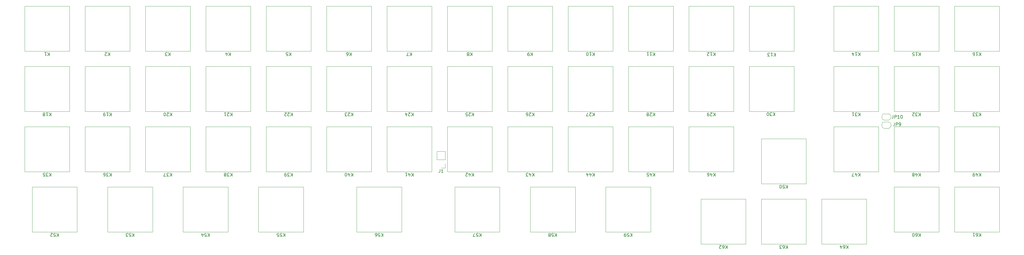
<source format=gbr>
G04 #@! TF.GenerationSoftware,KiCad,Pcbnew,8.0.4*
G04 #@! TF.CreationDate,2024-08-26T20:22:01+02:00*
G04 #@! TF.ProjectId,Mimic40,4d696d69-6334-4302-9e6b-696361645f70,rev?*
G04 #@! TF.SameCoordinates,Original*
G04 #@! TF.FileFunction,Legend,Top*
G04 #@! TF.FilePolarity,Positive*
%FSLAX46Y46*%
G04 Gerber Fmt 4.6, Leading zero omitted, Abs format (unit mm)*
G04 Created by KiCad (PCBNEW 8.0.4) date 2024-08-26 20:22:01*
%MOMM*%
%LPD*%
G01*
G04 APERTURE LIST*
%ADD10C,0.150000*%
%ADD11C,0.120000*%
G04 APERTURE END LIST*
D10*
X191238094Y-96445180D02*
X191238094Y-97445180D01*
X190666666Y-96445180D02*
X191095237Y-97016609D01*
X190666666Y-97445180D02*
X191238094Y-96873752D01*
X190333332Y-97445180D02*
X189666666Y-97445180D01*
X189666666Y-97445180D02*
X190095237Y-96445180D01*
X370784285Y-134545180D02*
X370784285Y-135545180D01*
X370212857Y-134545180D02*
X370641428Y-135116609D01*
X370212857Y-135545180D02*
X370784285Y-134973752D01*
X369355714Y-135211847D02*
X369355714Y-134545180D01*
X369593809Y-135592800D02*
X369831904Y-134878514D01*
X369831904Y-134878514D02*
X369212857Y-134878514D01*
X368784285Y-134545180D02*
X368593809Y-134545180D01*
X368593809Y-134545180D02*
X368498571Y-134592800D01*
X368498571Y-134592800D02*
X368450952Y-134640419D01*
X368450952Y-134640419D02*
X368355714Y-134783276D01*
X368355714Y-134783276D02*
X368308095Y-134973752D01*
X368308095Y-134973752D02*
X368308095Y-135354704D01*
X368308095Y-135354704D02*
X368355714Y-135449942D01*
X368355714Y-135449942D02*
X368403333Y-135497561D01*
X368403333Y-135497561D02*
X368498571Y-135545180D01*
X368498571Y-135545180D02*
X368689047Y-135545180D01*
X368689047Y-135545180D02*
X368784285Y-135497561D01*
X368784285Y-135497561D02*
X368831904Y-135449942D01*
X368831904Y-135449942D02*
X368879523Y-135354704D01*
X368879523Y-135354704D02*
X368879523Y-135116609D01*
X368879523Y-135116609D02*
X368831904Y-135021371D01*
X368831904Y-135021371D02*
X368784285Y-134973752D01*
X368784285Y-134973752D02*
X368689047Y-134926133D01*
X368689047Y-134926133D02*
X368498571Y-134926133D01*
X368498571Y-134926133D02*
X368403333Y-134973752D01*
X368403333Y-134973752D02*
X368355714Y-135021371D01*
X368355714Y-135021371D02*
X368308095Y-135116609D01*
X134564285Y-115495180D02*
X134564285Y-116495180D01*
X133992857Y-115495180D02*
X134421428Y-116066609D01*
X133992857Y-116495180D02*
X134564285Y-115923752D01*
X133611904Y-116399942D02*
X133564285Y-116447561D01*
X133564285Y-116447561D02*
X133469047Y-116495180D01*
X133469047Y-116495180D02*
X133230952Y-116495180D01*
X133230952Y-116495180D02*
X133135714Y-116447561D01*
X133135714Y-116447561D02*
X133088095Y-116399942D01*
X133088095Y-116399942D02*
X133040476Y-116304704D01*
X133040476Y-116304704D02*
X133040476Y-116209466D01*
X133040476Y-116209466D02*
X133088095Y-116066609D01*
X133088095Y-116066609D02*
X133659523Y-115495180D01*
X133659523Y-115495180D02*
X133040476Y-115495180D01*
X132088095Y-115495180D02*
X132659523Y-115495180D01*
X132373809Y-115495180D02*
X132373809Y-116495180D01*
X132373809Y-116495180D02*
X132469047Y-116352323D01*
X132469047Y-116352323D02*
X132564285Y-116257085D01*
X132564285Y-116257085D02*
X132659523Y-116209466D01*
X328874285Y-157405180D02*
X328874285Y-158405180D01*
X328302857Y-157405180D02*
X328731428Y-157976609D01*
X328302857Y-158405180D02*
X328874285Y-157833752D01*
X327445714Y-158405180D02*
X327636190Y-158405180D01*
X327636190Y-158405180D02*
X327731428Y-158357561D01*
X327731428Y-158357561D02*
X327779047Y-158309942D01*
X327779047Y-158309942D02*
X327874285Y-158167085D01*
X327874285Y-158167085D02*
X327921904Y-157976609D01*
X327921904Y-157976609D02*
X327921904Y-157595657D01*
X327921904Y-157595657D02*
X327874285Y-157500419D01*
X327874285Y-157500419D02*
X327826666Y-157452800D01*
X327826666Y-157452800D02*
X327731428Y-157405180D01*
X327731428Y-157405180D02*
X327540952Y-157405180D01*
X327540952Y-157405180D02*
X327445714Y-157452800D01*
X327445714Y-157452800D02*
X327398095Y-157500419D01*
X327398095Y-157500419D02*
X327350476Y-157595657D01*
X327350476Y-157595657D02*
X327350476Y-157833752D01*
X327350476Y-157833752D02*
X327398095Y-157928990D01*
X327398095Y-157928990D02*
X327445714Y-157976609D01*
X327445714Y-157976609D02*
X327540952Y-158024228D01*
X327540952Y-158024228D02*
X327731428Y-158024228D01*
X327731428Y-158024228D02*
X327826666Y-157976609D01*
X327826666Y-157976609D02*
X327874285Y-157928990D01*
X327874285Y-157928990D02*
X327921904Y-157833752D01*
X326493333Y-158071847D02*
X326493333Y-157405180D01*
X326731428Y-158452800D02*
X326969523Y-157738514D01*
X326969523Y-157738514D02*
X326350476Y-157738514D01*
X134564285Y-134545180D02*
X134564285Y-135545180D01*
X133992857Y-134545180D02*
X134421428Y-135116609D01*
X133992857Y-135545180D02*
X134564285Y-134973752D01*
X133659523Y-135545180D02*
X133040476Y-135545180D01*
X133040476Y-135545180D02*
X133373809Y-135164228D01*
X133373809Y-135164228D02*
X133230952Y-135164228D01*
X133230952Y-135164228D02*
X133135714Y-135116609D01*
X133135714Y-135116609D02*
X133088095Y-135068990D01*
X133088095Y-135068990D02*
X133040476Y-134973752D01*
X133040476Y-134973752D02*
X133040476Y-134735657D01*
X133040476Y-134735657D02*
X133088095Y-134640419D01*
X133088095Y-134640419D02*
X133135714Y-134592800D01*
X133135714Y-134592800D02*
X133230952Y-134545180D01*
X133230952Y-134545180D02*
X133516666Y-134545180D01*
X133516666Y-134545180D02*
X133611904Y-134592800D01*
X133611904Y-134592800D02*
X133659523Y-134640419D01*
X132469047Y-135116609D02*
X132564285Y-135164228D01*
X132564285Y-135164228D02*
X132611904Y-135211847D01*
X132611904Y-135211847D02*
X132659523Y-135307085D01*
X132659523Y-135307085D02*
X132659523Y-135354704D01*
X132659523Y-135354704D02*
X132611904Y-135449942D01*
X132611904Y-135449942D02*
X132564285Y-135497561D01*
X132564285Y-135497561D02*
X132469047Y-135545180D01*
X132469047Y-135545180D02*
X132278571Y-135545180D01*
X132278571Y-135545180D02*
X132183333Y-135497561D01*
X132183333Y-135497561D02*
X132135714Y-135449942D01*
X132135714Y-135449942D02*
X132088095Y-135354704D01*
X132088095Y-135354704D02*
X132088095Y-135307085D01*
X132088095Y-135307085D02*
X132135714Y-135211847D01*
X132135714Y-135211847D02*
X132183333Y-135164228D01*
X132183333Y-135164228D02*
X132278571Y-135116609D01*
X132278571Y-135116609D02*
X132469047Y-135116609D01*
X132469047Y-135116609D02*
X132564285Y-135068990D01*
X132564285Y-135068990D02*
X132611904Y-135021371D01*
X132611904Y-135021371D02*
X132659523Y-134926133D01*
X132659523Y-134926133D02*
X132659523Y-134735657D01*
X132659523Y-134735657D02*
X132611904Y-134640419D01*
X132611904Y-134640419D02*
X132564285Y-134592800D01*
X132564285Y-134592800D02*
X132469047Y-134545180D01*
X132469047Y-134545180D02*
X132278571Y-134545180D01*
X132278571Y-134545180D02*
X132183333Y-134592800D01*
X132183333Y-134592800D02*
X132135714Y-134640419D01*
X132135714Y-134640419D02*
X132088095Y-134735657D01*
X132088095Y-134735657D02*
X132088095Y-134926133D01*
X132088095Y-134926133D02*
X132135714Y-135021371D01*
X132135714Y-135021371D02*
X132183333Y-135068990D01*
X132183333Y-135068990D02*
X132278571Y-135116609D01*
X351734285Y-153595180D02*
X351734285Y-154595180D01*
X351162857Y-153595180D02*
X351591428Y-154166609D01*
X351162857Y-154595180D02*
X351734285Y-154023752D01*
X350305714Y-154595180D02*
X350496190Y-154595180D01*
X350496190Y-154595180D02*
X350591428Y-154547561D01*
X350591428Y-154547561D02*
X350639047Y-154499942D01*
X350639047Y-154499942D02*
X350734285Y-154357085D01*
X350734285Y-154357085D02*
X350781904Y-154166609D01*
X350781904Y-154166609D02*
X350781904Y-153785657D01*
X350781904Y-153785657D02*
X350734285Y-153690419D01*
X350734285Y-153690419D02*
X350686666Y-153642800D01*
X350686666Y-153642800D02*
X350591428Y-153595180D01*
X350591428Y-153595180D02*
X350400952Y-153595180D01*
X350400952Y-153595180D02*
X350305714Y-153642800D01*
X350305714Y-153642800D02*
X350258095Y-153690419D01*
X350258095Y-153690419D02*
X350210476Y-153785657D01*
X350210476Y-153785657D02*
X350210476Y-154023752D01*
X350210476Y-154023752D02*
X350258095Y-154118990D01*
X350258095Y-154118990D02*
X350305714Y-154166609D01*
X350305714Y-154166609D02*
X350400952Y-154214228D01*
X350400952Y-154214228D02*
X350591428Y-154214228D01*
X350591428Y-154214228D02*
X350686666Y-154166609D01*
X350686666Y-154166609D02*
X350734285Y-154118990D01*
X350734285Y-154118990D02*
X350781904Y-154023752D01*
X349591428Y-154595180D02*
X349496190Y-154595180D01*
X349496190Y-154595180D02*
X349400952Y-154547561D01*
X349400952Y-154547561D02*
X349353333Y-154499942D01*
X349353333Y-154499942D02*
X349305714Y-154404704D01*
X349305714Y-154404704D02*
X349258095Y-154214228D01*
X349258095Y-154214228D02*
X349258095Y-153976133D01*
X349258095Y-153976133D02*
X349305714Y-153785657D01*
X349305714Y-153785657D02*
X349353333Y-153690419D01*
X349353333Y-153690419D02*
X349400952Y-153642800D01*
X349400952Y-153642800D02*
X349496190Y-153595180D01*
X349496190Y-153595180D02*
X349591428Y-153595180D01*
X349591428Y-153595180D02*
X349686666Y-153642800D01*
X349686666Y-153642800D02*
X349734285Y-153690419D01*
X349734285Y-153690419D02*
X349781904Y-153785657D01*
X349781904Y-153785657D02*
X349829523Y-153976133D01*
X349829523Y-153976133D02*
X349829523Y-154214228D01*
X349829523Y-154214228D02*
X349781904Y-154404704D01*
X349781904Y-154404704D02*
X349734285Y-154499942D01*
X349734285Y-154499942D02*
X349686666Y-154547561D01*
X349686666Y-154547561D02*
X349591428Y-154595180D01*
X127420535Y-153595180D02*
X127420535Y-154595180D01*
X126849107Y-153595180D02*
X127277678Y-154166609D01*
X126849107Y-154595180D02*
X127420535Y-154023752D01*
X125944345Y-154595180D02*
X126420535Y-154595180D01*
X126420535Y-154595180D02*
X126468154Y-154118990D01*
X126468154Y-154118990D02*
X126420535Y-154166609D01*
X126420535Y-154166609D02*
X126325297Y-154214228D01*
X126325297Y-154214228D02*
X126087202Y-154214228D01*
X126087202Y-154214228D02*
X125991964Y-154166609D01*
X125991964Y-154166609D02*
X125944345Y-154118990D01*
X125944345Y-154118990D02*
X125896726Y-154023752D01*
X125896726Y-154023752D02*
X125896726Y-153785657D01*
X125896726Y-153785657D02*
X125944345Y-153690419D01*
X125944345Y-153690419D02*
X125991964Y-153642800D01*
X125991964Y-153642800D02*
X126087202Y-153595180D01*
X126087202Y-153595180D02*
X126325297Y-153595180D01*
X126325297Y-153595180D02*
X126420535Y-153642800D01*
X126420535Y-153642800D02*
X126468154Y-153690419D01*
X125039583Y-154261847D02*
X125039583Y-153595180D01*
X125277678Y-154642800D02*
X125515773Y-153928514D01*
X125515773Y-153928514D02*
X124896726Y-153928514D01*
X103608035Y-153595180D02*
X103608035Y-154595180D01*
X103036607Y-153595180D02*
X103465178Y-154166609D01*
X103036607Y-154595180D02*
X103608035Y-154023752D01*
X102131845Y-154595180D02*
X102608035Y-154595180D01*
X102608035Y-154595180D02*
X102655654Y-154118990D01*
X102655654Y-154118990D02*
X102608035Y-154166609D01*
X102608035Y-154166609D02*
X102512797Y-154214228D01*
X102512797Y-154214228D02*
X102274702Y-154214228D01*
X102274702Y-154214228D02*
X102179464Y-154166609D01*
X102179464Y-154166609D02*
X102131845Y-154118990D01*
X102131845Y-154118990D02*
X102084226Y-154023752D01*
X102084226Y-154023752D02*
X102084226Y-153785657D01*
X102084226Y-153785657D02*
X102131845Y-153690419D01*
X102131845Y-153690419D02*
X102179464Y-153642800D01*
X102179464Y-153642800D02*
X102274702Y-153595180D01*
X102274702Y-153595180D02*
X102512797Y-153595180D01*
X102512797Y-153595180D02*
X102608035Y-153642800D01*
X102608035Y-153642800D02*
X102655654Y-153690419D01*
X101750892Y-154595180D02*
X101131845Y-154595180D01*
X101131845Y-154595180D02*
X101465178Y-154214228D01*
X101465178Y-154214228D02*
X101322321Y-154214228D01*
X101322321Y-154214228D02*
X101227083Y-154166609D01*
X101227083Y-154166609D02*
X101179464Y-154118990D01*
X101179464Y-154118990D02*
X101131845Y-154023752D01*
X101131845Y-154023752D02*
X101131845Y-153785657D01*
X101131845Y-153785657D02*
X101179464Y-153690419D01*
X101179464Y-153690419D02*
X101227083Y-153642800D01*
X101227083Y-153642800D02*
X101322321Y-153595180D01*
X101322321Y-153595180D02*
X101608035Y-153595180D01*
X101608035Y-153595180D02*
X101703273Y-153642800D01*
X101703273Y-153642800D02*
X101750892Y-153690419D01*
X115514285Y-115495180D02*
X115514285Y-116495180D01*
X114942857Y-115495180D02*
X115371428Y-116066609D01*
X114942857Y-116495180D02*
X115514285Y-115923752D01*
X114561904Y-116399942D02*
X114514285Y-116447561D01*
X114514285Y-116447561D02*
X114419047Y-116495180D01*
X114419047Y-116495180D02*
X114180952Y-116495180D01*
X114180952Y-116495180D02*
X114085714Y-116447561D01*
X114085714Y-116447561D02*
X114038095Y-116399942D01*
X114038095Y-116399942D02*
X113990476Y-116304704D01*
X113990476Y-116304704D02*
X113990476Y-116209466D01*
X113990476Y-116209466D02*
X114038095Y-116066609D01*
X114038095Y-116066609D02*
X114609523Y-115495180D01*
X114609523Y-115495180D02*
X113990476Y-115495180D01*
X113371428Y-116495180D02*
X113276190Y-116495180D01*
X113276190Y-116495180D02*
X113180952Y-116447561D01*
X113180952Y-116447561D02*
X113133333Y-116399942D01*
X113133333Y-116399942D02*
X113085714Y-116304704D01*
X113085714Y-116304704D02*
X113038095Y-116114228D01*
X113038095Y-116114228D02*
X113038095Y-115876133D01*
X113038095Y-115876133D02*
X113085714Y-115685657D01*
X113085714Y-115685657D02*
X113133333Y-115590419D01*
X113133333Y-115590419D02*
X113180952Y-115542800D01*
X113180952Y-115542800D02*
X113276190Y-115495180D01*
X113276190Y-115495180D02*
X113371428Y-115495180D01*
X113371428Y-115495180D02*
X113466666Y-115542800D01*
X113466666Y-115542800D02*
X113514285Y-115590419D01*
X113514285Y-115590419D02*
X113561904Y-115685657D01*
X113561904Y-115685657D02*
X113609523Y-115876133D01*
X113609523Y-115876133D02*
X113609523Y-116114228D01*
X113609523Y-116114228D02*
X113561904Y-116304704D01*
X113561904Y-116304704D02*
X113514285Y-116399942D01*
X113514285Y-116399942D02*
X113466666Y-116447561D01*
X113466666Y-116447561D02*
X113371428Y-116495180D01*
X200166666Y-133359819D02*
X200166666Y-134074104D01*
X200166666Y-134074104D02*
X200119047Y-134216961D01*
X200119047Y-134216961D02*
X200023809Y-134312200D01*
X200023809Y-134312200D02*
X199880952Y-134359819D01*
X199880952Y-134359819D02*
X199785714Y-134359819D01*
X201166666Y-134359819D02*
X200595238Y-134359819D01*
X200880952Y-134359819D02*
X200880952Y-133359819D01*
X200880952Y-133359819D02*
X200785714Y-133502676D01*
X200785714Y-133502676D02*
X200690476Y-133597914D01*
X200690476Y-133597914D02*
X200595238Y-133645533D01*
X229814285Y-134545180D02*
X229814285Y-135545180D01*
X229242857Y-134545180D02*
X229671428Y-135116609D01*
X229242857Y-135545180D02*
X229814285Y-134973752D01*
X228385714Y-135211847D02*
X228385714Y-134545180D01*
X228623809Y-135592800D02*
X228861904Y-134878514D01*
X228861904Y-134878514D02*
X228242857Y-134878514D01*
X227957142Y-135545180D02*
X227338095Y-135545180D01*
X227338095Y-135545180D02*
X227671428Y-135164228D01*
X227671428Y-135164228D02*
X227528571Y-135164228D01*
X227528571Y-135164228D02*
X227433333Y-135116609D01*
X227433333Y-135116609D02*
X227385714Y-135068990D01*
X227385714Y-135068990D02*
X227338095Y-134973752D01*
X227338095Y-134973752D02*
X227338095Y-134735657D01*
X227338095Y-134735657D02*
X227385714Y-134640419D01*
X227385714Y-134640419D02*
X227433333Y-134592800D01*
X227433333Y-134592800D02*
X227528571Y-134545180D01*
X227528571Y-134545180D02*
X227814285Y-134545180D01*
X227814285Y-134545180D02*
X227909523Y-134592800D01*
X227909523Y-134592800D02*
X227957142Y-134640419D01*
X191714285Y-134545180D02*
X191714285Y-135545180D01*
X191142857Y-134545180D02*
X191571428Y-135116609D01*
X191142857Y-135545180D02*
X191714285Y-134973752D01*
X190285714Y-135211847D02*
X190285714Y-134545180D01*
X190523809Y-135592800D02*
X190761904Y-134878514D01*
X190761904Y-134878514D02*
X190142857Y-134878514D01*
X189238095Y-134545180D02*
X189809523Y-134545180D01*
X189523809Y-134545180D02*
X189523809Y-135545180D01*
X189523809Y-135545180D02*
X189619047Y-135402323D01*
X189619047Y-135402323D02*
X189714285Y-135307085D01*
X189714285Y-135307085D02*
X189809523Y-135259466D01*
X286964285Y-96445180D02*
X286964285Y-97445180D01*
X286392857Y-96445180D02*
X286821428Y-97016609D01*
X286392857Y-97445180D02*
X286964285Y-96873752D01*
X285440476Y-96445180D02*
X286011904Y-96445180D01*
X285726190Y-96445180D02*
X285726190Y-97445180D01*
X285726190Y-97445180D02*
X285821428Y-97302323D01*
X285821428Y-97302323D02*
X285916666Y-97207085D01*
X285916666Y-97207085D02*
X286011904Y-97159466D01*
X285059523Y-97349942D02*
X285011904Y-97397561D01*
X285011904Y-97397561D02*
X284916666Y-97445180D01*
X284916666Y-97445180D02*
X284678571Y-97445180D01*
X284678571Y-97445180D02*
X284583333Y-97397561D01*
X284583333Y-97397561D02*
X284535714Y-97349942D01*
X284535714Y-97349942D02*
X284488095Y-97254704D01*
X284488095Y-97254704D02*
X284488095Y-97159466D01*
X284488095Y-97159466D02*
X284535714Y-97016609D01*
X284535714Y-97016609D02*
X285107142Y-96445180D01*
X285107142Y-96445180D02*
X284488095Y-96445180D01*
X182189285Y-153595180D02*
X182189285Y-154595180D01*
X181617857Y-153595180D02*
X182046428Y-154166609D01*
X181617857Y-154595180D02*
X182189285Y-154023752D01*
X180713095Y-154595180D02*
X181189285Y-154595180D01*
X181189285Y-154595180D02*
X181236904Y-154118990D01*
X181236904Y-154118990D02*
X181189285Y-154166609D01*
X181189285Y-154166609D02*
X181094047Y-154214228D01*
X181094047Y-154214228D02*
X180855952Y-154214228D01*
X180855952Y-154214228D02*
X180760714Y-154166609D01*
X180760714Y-154166609D02*
X180713095Y-154118990D01*
X180713095Y-154118990D02*
X180665476Y-154023752D01*
X180665476Y-154023752D02*
X180665476Y-153785657D01*
X180665476Y-153785657D02*
X180713095Y-153690419D01*
X180713095Y-153690419D02*
X180760714Y-153642800D01*
X180760714Y-153642800D02*
X180855952Y-153595180D01*
X180855952Y-153595180D02*
X181094047Y-153595180D01*
X181094047Y-153595180D02*
X181189285Y-153642800D01*
X181189285Y-153642800D02*
X181236904Y-153690419D01*
X179808333Y-154595180D02*
X179998809Y-154595180D01*
X179998809Y-154595180D02*
X180094047Y-154547561D01*
X180094047Y-154547561D02*
X180141666Y-154499942D01*
X180141666Y-154499942D02*
X180236904Y-154357085D01*
X180236904Y-154357085D02*
X180284523Y-154166609D01*
X180284523Y-154166609D02*
X180284523Y-153785657D01*
X180284523Y-153785657D02*
X180236904Y-153690419D01*
X180236904Y-153690419D02*
X180189285Y-153642800D01*
X180189285Y-153642800D02*
X180094047Y-153595180D01*
X180094047Y-153595180D02*
X179903571Y-153595180D01*
X179903571Y-153595180D02*
X179808333Y-153642800D01*
X179808333Y-153642800D02*
X179760714Y-153690419D01*
X179760714Y-153690419D02*
X179713095Y-153785657D01*
X179713095Y-153785657D02*
X179713095Y-154023752D01*
X179713095Y-154023752D02*
X179760714Y-154118990D01*
X179760714Y-154118990D02*
X179808333Y-154166609D01*
X179808333Y-154166609D02*
X179903571Y-154214228D01*
X179903571Y-154214228D02*
X180094047Y-154214228D01*
X180094047Y-154214228D02*
X180189285Y-154166609D01*
X180189285Y-154166609D02*
X180236904Y-154118990D01*
X180236904Y-154118990D02*
X180284523Y-154023752D01*
X267914285Y-134545180D02*
X267914285Y-135545180D01*
X267342857Y-134545180D02*
X267771428Y-135116609D01*
X267342857Y-135545180D02*
X267914285Y-134973752D01*
X266485714Y-135211847D02*
X266485714Y-134545180D01*
X266723809Y-135592800D02*
X266961904Y-134878514D01*
X266961904Y-134878514D02*
X266342857Y-134878514D01*
X265485714Y-135545180D02*
X265961904Y-135545180D01*
X265961904Y-135545180D02*
X266009523Y-135068990D01*
X266009523Y-135068990D02*
X265961904Y-135116609D01*
X265961904Y-135116609D02*
X265866666Y-135164228D01*
X265866666Y-135164228D02*
X265628571Y-135164228D01*
X265628571Y-135164228D02*
X265533333Y-135116609D01*
X265533333Y-135116609D02*
X265485714Y-135068990D01*
X265485714Y-135068990D02*
X265438095Y-134973752D01*
X265438095Y-134973752D02*
X265438095Y-134735657D01*
X265438095Y-134735657D02*
X265485714Y-134640419D01*
X265485714Y-134640419D02*
X265533333Y-134592800D01*
X265533333Y-134592800D02*
X265628571Y-134545180D01*
X265628571Y-134545180D02*
X265866666Y-134545180D01*
X265866666Y-134545180D02*
X265961904Y-134592800D01*
X265961904Y-134592800D02*
X266009523Y-134640419D01*
X286964285Y-115495180D02*
X286964285Y-116495180D01*
X286392857Y-115495180D02*
X286821428Y-116066609D01*
X286392857Y-116495180D02*
X286964285Y-115923752D01*
X286011904Y-116399942D02*
X285964285Y-116447561D01*
X285964285Y-116447561D02*
X285869047Y-116495180D01*
X285869047Y-116495180D02*
X285630952Y-116495180D01*
X285630952Y-116495180D02*
X285535714Y-116447561D01*
X285535714Y-116447561D02*
X285488095Y-116399942D01*
X285488095Y-116399942D02*
X285440476Y-116304704D01*
X285440476Y-116304704D02*
X285440476Y-116209466D01*
X285440476Y-116209466D02*
X285488095Y-116066609D01*
X285488095Y-116066609D02*
X286059523Y-115495180D01*
X286059523Y-115495180D02*
X285440476Y-115495180D01*
X284964285Y-115495180D02*
X284773809Y-115495180D01*
X284773809Y-115495180D02*
X284678571Y-115542800D01*
X284678571Y-115542800D02*
X284630952Y-115590419D01*
X284630952Y-115590419D02*
X284535714Y-115733276D01*
X284535714Y-115733276D02*
X284488095Y-115923752D01*
X284488095Y-115923752D02*
X284488095Y-116304704D01*
X284488095Y-116304704D02*
X284535714Y-116399942D01*
X284535714Y-116399942D02*
X284583333Y-116447561D01*
X284583333Y-116447561D02*
X284678571Y-116495180D01*
X284678571Y-116495180D02*
X284869047Y-116495180D01*
X284869047Y-116495180D02*
X284964285Y-116447561D01*
X284964285Y-116447561D02*
X285011904Y-116399942D01*
X285011904Y-116399942D02*
X285059523Y-116304704D01*
X285059523Y-116304704D02*
X285059523Y-116066609D01*
X285059523Y-116066609D02*
X285011904Y-115971371D01*
X285011904Y-115971371D02*
X284964285Y-115923752D01*
X284964285Y-115923752D02*
X284869047Y-115876133D01*
X284869047Y-115876133D02*
X284678571Y-115876133D01*
X284678571Y-115876133D02*
X284583333Y-115923752D01*
X284583333Y-115923752D02*
X284535714Y-115971371D01*
X284535714Y-115971371D02*
X284488095Y-116066609D01*
X260770535Y-153595180D02*
X260770535Y-154595180D01*
X260199107Y-153595180D02*
X260627678Y-154166609D01*
X260199107Y-154595180D02*
X260770535Y-154023752D01*
X259294345Y-154595180D02*
X259770535Y-154595180D01*
X259770535Y-154595180D02*
X259818154Y-154118990D01*
X259818154Y-154118990D02*
X259770535Y-154166609D01*
X259770535Y-154166609D02*
X259675297Y-154214228D01*
X259675297Y-154214228D02*
X259437202Y-154214228D01*
X259437202Y-154214228D02*
X259341964Y-154166609D01*
X259341964Y-154166609D02*
X259294345Y-154118990D01*
X259294345Y-154118990D02*
X259246726Y-154023752D01*
X259246726Y-154023752D02*
X259246726Y-153785657D01*
X259246726Y-153785657D02*
X259294345Y-153690419D01*
X259294345Y-153690419D02*
X259341964Y-153642800D01*
X259341964Y-153642800D02*
X259437202Y-153595180D01*
X259437202Y-153595180D02*
X259675297Y-153595180D01*
X259675297Y-153595180D02*
X259770535Y-153642800D01*
X259770535Y-153642800D02*
X259818154Y-153690419D01*
X258770535Y-153595180D02*
X258580059Y-153595180D01*
X258580059Y-153595180D02*
X258484821Y-153642800D01*
X258484821Y-153642800D02*
X258437202Y-153690419D01*
X258437202Y-153690419D02*
X258341964Y-153833276D01*
X258341964Y-153833276D02*
X258294345Y-154023752D01*
X258294345Y-154023752D02*
X258294345Y-154404704D01*
X258294345Y-154404704D02*
X258341964Y-154499942D01*
X258341964Y-154499942D02*
X258389583Y-154547561D01*
X258389583Y-154547561D02*
X258484821Y-154595180D01*
X258484821Y-154595180D02*
X258675297Y-154595180D01*
X258675297Y-154595180D02*
X258770535Y-154547561D01*
X258770535Y-154547561D02*
X258818154Y-154499942D01*
X258818154Y-154499942D02*
X258865773Y-154404704D01*
X258865773Y-154404704D02*
X258865773Y-154166609D01*
X258865773Y-154166609D02*
X258818154Y-154071371D01*
X258818154Y-154071371D02*
X258770535Y-154023752D01*
X258770535Y-154023752D02*
X258675297Y-153976133D01*
X258675297Y-153976133D02*
X258484821Y-153976133D01*
X258484821Y-153976133D02*
X258389583Y-154023752D01*
X258389583Y-154023752D02*
X258341964Y-154071371D01*
X258341964Y-154071371D02*
X258294345Y-154166609D01*
X153614285Y-134545180D02*
X153614285Y-135545180D01*
X153042857Y-134545180D02*
X153471428Y-135116609D01*
X153042857Y-135545180D02*
X153614285Y-134973752D01*
X152709523Y-135545180D02*
X152090476Y-135545180D01*
X152090476Y-135545180D02*
X152423809Y-135164228D01*
X152423809Y-135164228D02*
X152280952Y-135164228D01*
X152280952Y-135164228D02*
X152185714Y-135116609D01*
X152185714Y-135116609D02*
X152138095Y-135068990D01*
X152138095Y-135068990D02*
X152090476Y-134973752D01*
X152090476Y-134973752D02*
X152090476Y-134735657D01*
X152090476Y-134735657D02*
X152138095Y-134640419D01*
X152138095Y-134640419D02*
X152185714Y-134592800D01*
X152185714Y-134592800D02*
X152280952Y-134545180D01*
X152280952Y-134545180D02*
X152566666Y-134545180D01*
X152566666Y-134545180D02*
X152661904Y-134592800D01*
X152661904Y-134592800D02*
X152709523Y-134640419D01*
X151614285Y-134545180D02*
X151423809Y-134545180D01*
X151423809Y-134545180D02*
X151328571Y-134592800D01*
X151328571Y-134592800D02*
X151280952Y-134640419D01*
X151280952Y-134640419D02*
X151185714Y-134783276D01*
X151185714Y-134783276D02*
X151138095Y-134973752D01*
X151138095Y-134973752D02*
X151138095Y-135354704D01*
X151138095Y-135354704D02*
X151185714Y-135449942D01*
X151185714Y-135449942D02*
X151233333Y-135497561D01*
X151233333Y-135497561D02*
X151328571Y-135545180D01*
X151328571Y-135545180D02*
X151519047Y-135545180D01*
X151519047Y-135545180D02*
X151614285Y-135497561D01*
X151614285Y-135497561D02*
X151661904Y-135449942D01*
X151661904Y-135449942D02*
X151709523Y-135354704D01*
X151709523Y-135354704D02*
X151709523Y-135116609D01*
X151709523Y-135116609D02*
X151661904Y-135021371D01*
X151661904Y-135021371D02*
X151614285Y-134973752D01*
X151614285Y-134973752D02*
X151519047Y-134926133D01*
X151519047Y-134926133D02*
X151328571Y-134926133D01*
X151328571Y-134926133D02*
X151233333Y-134973752D01*
X151233333Y-134973752D02*
X151185714Y-135021371D01*
X151185714Y-135021371D02*
X151138095Y-135116609D01*
X332684285Y-115495180D02*
X332684285Y-116495180D01*
X332112857Y-115495180D02*
X332541428Y-116066609D01*
X332112857Y-116495180D02*
X332684285Y-115923752D01*
X331779523Y-116495180D02*
X331160476Y-116495180D01*
X331160476Y-116495180D02*
X331493809Y-116114228D01*
X331493809Y-116114228D02*
X331350952Y-116114228D01*
X331350952Y-116114228D02*
X331255714Y-116066609D01*
X331255714Y-116066609D02*
X331208095Y-116018990D01*
X331208095Y-116018990D02*
X331160476Y-115923752D01*
X331160476Y-115923752D02*
X331160476Y-115685657D01*
X331160476Y-115685657D02*
X331208095Y-115590419D01*
X331208095Y-115590419D02*
X331255714Y-115542800D01*
X331255714Y-115542800D02*
X331350952Y-115495180D01*
X331350952Y-115495180D02*
X331636666Y-115495180D01*
X331636666Y-115495180D02*
X331731904Y-115542800D01*
X331731904Y-115542800D02*
X331779523Y-115590419D01*
X330208095Y-115495180D02*
X330779523Y-115495180D01*
X330493809Y-115495180D02*
X330493809Y-116495180D01*
X330493809Y-116495180D02*
X330589047Y-116352323D01*
X330589047Y-116352323D02*
X330684285Y-116257085D01*
X330684285Y-116257085D02*
X330779523Y-116209466D01*
X267914285Y-115495180D02*
X267914285Y-116495180D01*
X267342857Y-115495180D02*
X267771428Y-116066609D01*
X267342857Y-116495180D02*
X267914285Y-115923752D01*
X266961904Y-116399942D02*
X266914285Y-116447561D01*
X266914285Y-116447561D02*
X266819047Y-116495180D01*
X266819047Y-116495180D02*
X266580952Y-116495180D01*
X266580952Y-116495180D02*
X266485714Y-116447561D01*
X266485714Y-116447561D02*
X266438095Y-116399942D01*
X266438095Y-116399942D02*
X266390476Y-116304704D01*
X266390476Y-116304704D02*
X266390476Y-116209466D01*
X266390476Y-116209466D02*
X266438095Y-116066609D01*
X266438095Y-116066609D02*
X267009523Y-115495180D01*
X267009523Y-115495180D02*
X266390476Y-115495180D01*
X265819047Y-116066609D02*
X265914285Y-116114228D01*
X265914285Y-116114228D02*
X265961904Y-116161847D01*
X265961904Y-116161847D02*
X266009523Y-116257085D01*
X266009523Y-116257085D02*
X266009523Y-116304704D01*
X266009523Y-116304704D02*
X265961904Y-116399942D01*
X265961904Y-116399942D02*
X265914285Y-116447561D01*
X265914285Y-116447561D02*
X265819047Y-116495180D01*
X265819047Y-116495180D02*
X265628571Y-116495180D01*
X265628571Y-116495180D02*
X265533333Y-116447561D01*
X265533333Y-116447561D02*
X265485714Y-116399942D01*
X265485714Y-116399942D02*
X265438095Y-116304704D01*
X265438095Y-116304704D02*
X265438095Y-116257085D01*
X265438095Y-116257085D02*
X265485714Y-116161847D01*
X265485714Y-116161847D02*
X265533333Y-116114228D01*
X265533333Y-116114228D02*
X265628571Y-116066609D01*
X265628571Y-116066609D02*
X265819047Y-116066609D01*
X265819047Y-116066609D02*
X265914285Y-116018990D01*
X265914285Y-116018990D02*
X265961904Y-115971371D01*
X265961904Y-115971371D02*
X266009523Y-115876133D01*
X266009523Y-115876133D02*
X266009523Y-115685657D01*
X266009523Y-115685657D02*
X265961904Y-115590419D01*
X265961904Y-115590419D02*
X265914285Y-115542800D01*
X265914285Y-115542800D02*
X265819047Y-115495180D01*
X265819047Y-115495180D02*
X265628571Y-115495180D01*
X265628571Y-115495180D02*
X265533333Y-115542800D01*
X265533333Y-115542800D02*
X265485714Y-115590419D01*
X265485714Y-115590419D02*
X265438095Y-115685657D01*
X265438095Y-115685657D02*
X265438095Y-115876133D01*
X265438095Y-115876133D02*
X265485714Y-115971371D01*
X265485714Y-115971371D02*
X265533333Y-116018990D01*
X265533333Y-116018990D02*
X265628571Y-116066609D01*
X351734285Y-134545180D02*
X351734285Y-135545180D01*
X351162857Y-134545180D02*
X351591428Y-135116609D01*
X351162857Y-135545180D02*
X351734285Y-134973752D01*
X350305714Y-135211847D02*
X350305714Y-134545180D01*
X350543809Y-135592800D02*
X350781904Y-134878514D01*
X350781904Y-134878514D02*
X350162857Y-134878514D01*
X349639047Y-135116609D02*
X349734285Y-135164228D01*
X349734285Y-135164228D02*
X349781904Y-135211847D01*
X349781904Y-135211847D02*
X349829523Y-135307085D01*
X349829523Y-135307085D02*
X349829523Y-135354704D01*
X349829523Y-135354704D02*
X349781904Y-135449942D01*
X349781904Y-135449942D02*
X349734285Y-135497561D01*
X349734285Y-135497561D02*
X349639047Y-135545180D01*
X349639047Y-135545180D02*
X349448571Y-135545180D01*
X349448571Y-135545180D02*
X349353333Y-135497561D01*
X349353333Y-135497561D02*
X349305714Y-135449942D01*
X349305714Y-135449942D02*
X349258095Y-135354704D01*
X349258095Y-135354704D02*
X349258095Y-135307085D01*
X349258095Y-135307085D02*
X349305714Y-135211847D01*
X349305714Y-135211847D02*
X349353333Y-135164228D01*
X349353333Y-135164228D02*
X349448571Y-135116609D01*
X349448571Y-135116609D02*
X349639047Y-135116609D01*
X349639047Y-135116609D02*
X349734285Y-135068990D01*
X349734285Y-135068990D02*
X349781904Y-135021371D01*
X349781904Y-135021371D02*
X349829523Y-134926133D01*
X349829523Y-134926133D02*
X349829523Y-134735657D01*
X349829523Y-134735657D02*
X349781904Y-134640419D01*
X349781904Y-134640419D02*
X349734285Y-134592800D01*
X349734285Y-134592800D02*
X349639047Y-134545180D01*
X349639047Y-134545180D02*
X349448571Y-134545180D01*
X349448571Y-134545180D02*
X349353333Y-134592800D01*
X349353333Y-134592800D02*
X349305714Y-134640419D01*
X349305714Y-134640419D02*
X349258095Y-134735657D01*
X349258095Y-134735657D02*
X349258095Y-134926133D01*
X349258095Y-134926133D02*
X349305714Y-135021371D01*
X349305714Y-135021371D02*
X349353333Y-135068990D01*
X349353333Y-135068990D02*
X349448571Y-135116609D01*
X115038094Y-96445180D02*
X115038094Y-97445180D01*
X114466666Y-96445180D02*
X114895237Y-97016609D01*
X114466666Y-97445180D02*
X115038094Y-96873752D01*
X114133332Y-97445180D02*
X113514285Y-97445180D01*
X113514285Y-97445180D02*
X113847618Y-97064228D01*
X113847618Y-97064228D02*
X113704761Y-97064228D01*
X113704761Y-97064228D02*
X113609523Y-97016609D01*
X113609523Y-97016609D02*
X113561904Y-96968990D01*
X113561904Y-96968990D02*
X113514285Y-96873752D01*
X113514285Y-96873752D02*
X113514285Y-96635657D01*
X113514285Y-96635657D02*
X113561904Y-96540419D01*
X113561904Y-96540419D02*
X113609523Y-96492800D01*
X113609523Y-96492800D02*
X113704761Y-96445180D01*
X113704761Y-96445180D02*
X113990475Y-96445180D01*
X113990475Y-96445180D02*
X114085713Y-96492800D01*
X114085713Y-96492800D02*
X114133332Y-96540419D01*
X151233035Y-153595180D02*
X151233035Y-154595180D01*
X150661607Y-153595180D02*
X151090178Y-154166609D01*
X150661607Y-154595180D02*
X151233035Y-154023752D01*
X149756845Y-154595180D02*
X150233035Y-154595180D01*
X150233035Y-154595180D02*
X150280654Y-154118990D01*
X150280654Y-154118990D02*
X150233035Y-154166609D01*
X150233035Y-154166609D02*
X150137797Y-154214228D01*
X150137797Y-154214228D02*
X149899702Y-154214228D01*
X149899702Y-154214228D02*
X149804464Y-154166609D01*
X149804464Y-154166609D02*
X149756845Y-154118990D01*
X149756845Y-154118990D02*
X149709226Y-154023752D01*
X149709226Y-154023752D02*
X149709226Y-153785657D01*
X149709226Y-153785657D02*
X149756845Y-153690419D01*
X149756845Y-153690419D02*
X149804464Y-153642800D01*
X149804464Y-153642800D02*
X149899702Y-153595180D01*
X149899702Y-153595180D02*
X150137797Y-153595180D01*
X150137797Y-153595180D02*
X150233035Y-153642800D01*
X150233035Y-153642800D02*
X150280654Y-153690419D01*
X148804464Y-154595180D02*
X149280654Y-154595180D01*
X149280654Y-154595180D02*
X149328273Y-154118990D01*
X149328273Y-154118990D02*
X149280654Y-154166609D01*
X149280654Y-154166609D02*
X149185416Y-154214228D01*
X149185416Y-154214228D02*
X148947321Y-154214228D01*
X148947321Y-154214228D02*
X148852083Y-154166609D01*
X148852083Y-154166609D02*
X148804464Y-154118990D01*
X148804464Y-154118990D02*
X148756845Y-154023752D01*
X148756845Y-154023752D02*
X148756845Y-153785657D01*
X148756845Y-153785657D02*
X148804464Y-153690419D01*
X148804464Y-153690419D02*
X148852083Y-153642800D01*
X148852083Y-153642800D02*
X148947321Y-153595180D01*
X148947321Y-153595180D02*
X149185416Y-153595180D01*
X149185416Y-153595180D02*
X149280654Y-153642800D01*
X149280654Y-153642800D02*
X149328273Y-153690419D01*
X332684285Y-96445180D02*
X332684285Y-97445180D01*
X332112857Y-96445180D02*
X332541428Y-97016609D01*
X332112857Y-97445180D02*
X332684285Y-96873752D01*
X331160476Y-96445180D02*
X331731904Y-96445180D01*
X331446190Y-96445180D02*
X331446190Y-97445180D01*
X331446190Y-97445180D02*
X331541428Y-97302323D01*
X331541428Y-97302323D02*
X331636666Y-97207085D01*
X331636666Y-97207085D02*
X331731904Y-97159466D01*
X330303333Y-97111847D02*
X330303333Y-96445180D01*
X330541428Y-97492800D02*
X330779523Y-96778514D01*
X330779523Y-96778514D02*
X330160476Y-96778514D01*
X309824285Y-138355180D02*
X309824285Y-139355180D01*
X309252857Y-138355180D02*
X309681428Y-138926609D01*
X309252857Y-139355180D02*
X309824285Y-138783752D01*
X308348095Y-139355180D02*
X308824285Y-139355180D01*
X308824285Y-139355180D02*
X308871904Y-138878990D01*
X308871904Y-138878990D02*
X308824285Y-138926609D01*
X308824285Y-138926609D02*
X308729047Y-138974228D01*
X308729047Y-138974228D02*
X308490952Y-138974228D01*
X308490952Y-138974228D02*
X308395714Y-138926609D01*
X308395714Y-138926609D02*
X308348095Y-138878990D01*
X308348095Y-138878990D02*
X308300476Y-138783752D01*
X308300476Y-138783752D02*
X308300476Y-138545657D01*
X308300476Y-138545657D02*
X308348095Y-138450419D01*
X308348095Y-138450419D02*
X308395714Y-138402800D01*
X308395714Y-138402800D02*
X308490952Y-138355180D01*
X308490952Y-138355180D02*
X308729047Y-138355180D01*
X308729047Y-138355180D02*
X308824285Y-138402800D01*
X308824285Y-138402800D02*
X308871904Y-138450419D01*
X307681428Y-139355180D02*
X307586190Y-139355180D01*
X307586190Y-139355180D02*
X307490952Y-139307561D01*
X307490952Y-139307561D02*
X307443333Y-139259942D01*
X307443333Y-139259942D02*
X307395714Y-139164704D01*
X307395714Y-139164704D02*
X307348095Y-138974228D01*
X307348095Y-138974228D02*
X307348095Y-138736133D01*
X307348095Y-138736133D02*
X307395714Y-138545657D01*
X307395714Y-138545657D02*
X307443333Y-138450419D01*
X307443333Y-138450419D02*
X307490952Y-138402800D01*
X307490952Y-138402800D02*
X307586190Y-138355180D01*
X307586190Y-138355180D02*
X307681428Y-138355180D01*
X307681428Y-138355180D02*
X307776666Y-138402800D01*
X307776666Y-138402800D02*
X307824285Y-138450419D01*
X307824285Y-138450419D02*
X307871904Y-138545657D01*
X307871904Y-138545657D02*
X307919523Y-138736133D01*
X307919523Y-138736133D02*
X307919523Y-138974228D01*
X307919523Y-138974228D02*
X307871904Y-139164704D01*
X307871904Y-139164704D02*
X307824285Y-139259942D01*
X307824285Y-139259942D02*
X307776666Y-139307561D01*
X307776666Y-139307561D02*
X307681428Y-139355180D01*
X332684285Y-134545180D02*
X332684285Y-135545180D01*
X332112857Y-134545180D02*
X332541428Y-135116609D01*
X332112857Y-135545180D02*
X332684285Y-134973752D01*
X331255714Y-135211847D02*
X331255714Y-134545180D01*
X331493809Y-135592800D02*
X331731904Y-134878514D01*
X331731904Y-134878514D02*
X331112857Y-134878514D01*
X330827142Y-135545180D02*
X330160476Y-135545180D01*
X330160476Y-135545180D02*
X330589047Y-134545180D01*
X351734285Y-96445180D02*
X351734285Y-97445180D01*
X351162857Y-96445180D02*
X351591428Y-97016609D01*
X351162857Y-97445180D02*
X351734285Y-96873752D01*
X350210476Y-96445180D02*
X350781904Y-96445180D01*
X350496190Y-96445180D02*
X350496190Y-97445180D01*
X350496190Y-97445180D02*
X350591428Y-97302323D01*
X350591428Y-97302323D02*
X350686666Y-97207085D01*
X350686666Y-97207085D02*
X350781904Y-97159466D01*
X349305714Y-97445180D02*
X349781904Y-97445180D01*
X349781904Y-97445180D02*
X349829523Y-96968990D01*
X349829523Y-96968990D02*
X349781904Y-97016609D01*
X349781904Y-97016609D02*
X349686666Y-97064228D01*
X349686666Y-97064228D02*
X349448571Y-97064228D01*
X349448571Y-97064228D02*
X349353333Y-97016609D01*
X349353333Y-97016609D02*
X349305714Y-96968990D01*
X349305714Y-96968990D02*
X349258095Y-96873752D01*
X349258095Y-96873752D02*
X349258095Y-96635657D01*
X349258095Y-96635657D02*
X349305714Y-96540419D01*
X349305714Y-96540419D02*
X349353333Y-96492800D01*
X349353333Y-96492800D02*
X349448571Y-96445180D01*
X349448571Y-96445180D02*
X349686666Y-96445180D01*
X349686666Y-96445180D02*
X349781904Y-96492800D01*
X349781904Y-96492800D02*
X349829523Y-96540419D01*
X96464285Y-115495180D02*
X96464285Y-116495180D01*
X95892857Y-115495180D02*
X96321428Y-116066609D01*
X95892857Y-116495180D02*
X96464285Y-115923752D01*
X94940476Y-115495180D02*
X95511904Y-115495180D01*
X95226190Y-115495180D02*
X95226190Y-116495180D01*
X95226190Y-116495180D02*
X95321428Y-116352323D01*
X95321428Y-116352323D02*
X95416666Y-116257085D01*
X95416666Y-116257085D02*
X95511904Y-116209466D01*
X94464285Y-115495180D02*
X94273809Y-115495180D01*
X94273809Y-115495180D02*
X94178571Y-115542800D01*
X94178571Y-115542800D02*
X94130952Y-115590419D01*
X94130952Y-115590419D02*
X94035714Y-115733276D01*
X94035714Y-115733276D02*
X93988095Y-115923752D01*
X93988095Y-115923752D02*
X93988095Y-116304704D01*
X93988095Y-116304704D02*
X94035714Y-116399942D01*
X94035714Y-116399942D02*
X94083333Y-116447561D01*
X94083333Y-116447561D02*
X94178571Y-116495180D01*
X94178571Y-116495180D02*
X94369047Y-116495180D01*
X94369047Y-116495180D02*
X94464285Y-116447561D01*
X94464285Y-116447561D02*
X94511904Y-116399942D01*
X94511904Y-116399942D02*
X94559523Y-116304704D01*
X94559523Y-116304704D02*
X94559523Y-116066609D01*
X94559523Y-116066609D02*
X94511904Y-115971371D01*
X94511904Y-115971371D02*
X94464285Y-115923752D01*
X94464285Y-115923752D02*
X94369047Y-115876133D01*
X94369047Y-115876133D02*
X94178571Y-115876133D01*
X94178571Y-115876133D02*
X94083333Y-115923752D01*
X94083333Y-115923752D02*
X94035714Y-115971371D01*
X94035714Y-115971371D02*
X93988095Y-116066609D01*
X248864285Y-134545180D02*
X248864285Y-135545180D01*
X248292857Y-134545180D02*
X248721428Y-135116609D01*
X248292857Y-135545180D02*
X248864285Y-134973752D01*
X247435714Y-135211847D02*
X247435714Y-134545180D01*
X247673809Y-135592800D02*
X247911904Y-134878514D01*
X247911904Y-134878514D02*
X247292857Y-134878514D01*
X246483333Y-135211847D02*
X246483333Y-134545180D01*
X246721428Y-135592800D02*
X246959523Y-134878514D01*
X246959523Y-134878514D02*
X246340476Y-134878514D01*
X77414285Y-134545180D02*
X77414285Y-135545180D01*
X76842857Y-134545180D02*
X77271428Y-135116609D01*
X76842857Y-135545180D02*
X77414285Y-134973752D01*
X76509523Y-135545180D02*
X75890476Y-135545180D01*
X75890476Y-135545180D02*
X76223809Y-135164228D01*
X76223809Y-135164228D02*
X76080952Y-135164228D01*
X76080952Y-135164228D02*
X75985714Y-135116609D01*
X75985714Y-135116609D02*
X75938095Y-135068990D01*
X75938095Y-135068990D02*
X75890476Y-134973752D01*
X75890476Y-134973752D02*
X75890476Y-134735657D01*
X75890476Y-134735657D02*
X75938095Y-134640419D01*
X75938095Y-134640419D02*
X75985714Y-134592800D01*
X75985714Y-134592800D02*
X76080952Y-134545180D01*
X76080952Y-134545180D02*
X76366666Y-134545180D01*
X76366666Y-134545180D02*
X76461904Y-134592800D01*
X76461904Y-134592800D02*
X76509523Y-134640419D01*
X74985714Y-135545180D02*
X75461904Y-135545180D01*
X75461904Y-135545180D02*
X75509523Y-135068990D01*
X75509523Y-135068990D02*
X75461904Y-135116609D01*
X75461904Y-135116609D02*
X75366666Y-135164228D01*
X75366666Y-135164228D02*
X75128571Y-135164228D01*
X75128571Y-135164228D02*
X75033333Y-135116609D01*
X75033333Y-135116609D02*
X74985714Y-135068990D01*
X74985714Y-135068990D02*
X74938095Y-134973752D01*
X74938095Y-134973752D02*
X74938095Y-134735657D01*
X74938095Y-134735657D02*
X74985714Y-134640419D01*
X74985714Y-134640419D02*
X75033333Y-134592800D01*
X75033333Y-134592800D02*
X75128571Y-134545180D01*
X75128571Y-134545180D02*
X75366666Y-134545180D01*
X75366666Y-134545180D02*
X75461904Y-134592800D01*
X75461904Y-134592800D02*
X75509523Y-134640419D01*
X248864285Y-115495180D02*
X248864285Y-116495180D01*
X248292857Y-115495180D02*
X248721428Y-116066609D01*
X248292857Y-116495180D02*
X248864285Y-115923752D01*
X247911904Y-116399942D02*
X247864285Y-116447561D01*
X247864285Y-116447561D02*
X247769047Y-116495180D01*
X247769047Y-116495180D02*
X247530952Y-116495180D01*
X247530952Y-116495180D02*
X247435714Y-116447561D01*
X247435714Y-116447561D02*
X247388095Y-116399942D01*
X247388095Y-116399942D02*
X247340476Y-116304704D01*
X247340476Y-116304704D02*
X247340476Y-116209466D01*
X247340476Y-116209466D02*
X247388095Y-116066609D01*
X247388095Y-116066609D02*
X247959523Y-115495180D01*
X247959523Y-115495180D02*
X247340476Y-115495180D01*
X247007142Y-116495180D02*
X246340476Y-116495180D01*
X246340476Y-116495180D02*
X246769047Y-115495180D01*
X343140476Y-116254819D02*
X343140476Y-116969104D01*
X343140476Y-116969104D02*
X343092857Y-117111961D01*
X343092857Y-117111961D02*
X342997619Y-117207200D01*
X342997619Y-117207200D02*
X342854762Y-117254819D01*
X342854762Y-117254819D02*
X342759524Y-117254819D01*
X343616667Y-117254819D02*
X343616667Y-116254819D01*
X343616667Y-116254819D02*
X343997619Y-116254819D01*
X343997619Y-116254819D02*
X344092857Y-116302438D01*
X344092857Y-116302438D02*
X344140476Y-116350057D01*
X344140476Y-116350057D02*
X344188095Y-116445295D01*
X344188095Y-116445295D02*
X344188095Y-116588152D01*
X344188095Y-116588152D02*
X344140476Y-116683390D01*
X344140476Y-116683390D02*
X344092857Y-116731009D01*
X344092857Y-116731009D02*
X343997619Y-116778628D01*
X343997619Y-116778628D02*
X343616667Y-116778628D01*
X345140476Y-117254819D02*
X344569048Y-117254819D01*
X344854762Y-117254819D02*
X344854762Y-116254819D01*
X344854762Y-116254819D02*
X344759524Y-116397676D01*
X344759524Y-116397676D02*
X344664286Y-116492914D01*
X344664286Y-116492914D02*
X344569048Y-116540533D01*
X345759524Y-116254819D02*
X345854762Y-116254819D01*
X345854762Y-116254819D02*
X345950000Y-116302438D01*
X345950000Y-116302438D02*
X345997619Y-116350057D01*
X345997619Y-116350057D02*
X346045238Y-116445295D01*
X346045238Y-116445295D02*
X346092857Y-116635771D01*
X346092857Y-116635771D02*
X346092857Y-116873866D01*
X346092857Y-116873866D02*
X346045238Y-117064342D01*
X346045238Y-117064342D02*
X345997619Y-117159580D01*
X345997619Y-117159580D02*
X345950000Y-117207200D01*
X345950000Y-117207200D02*
X345854762Y-117254819D01*
X345854762Y-117254819D02*
X345759524Y-117254819D01*
X345759524Y-117254819D02*
X345664286Y-117207200D01*
X345664286Y-117207200D02*
X345616667Y-117159580D01*
X345616667Y-117159580D02*
X345569048Y-117064342D01*
X345569048Y-117064342D02*
X345521429Y-116873866D01*
X345521429Y-116873866D02*
X345521429Y-116635771D01*
X345521429Y-116635771D02*
X345569048Y-116445295D01*
X345569048Y-116445295D02*
X345616667Y-116350057D01*
X345616667Y-116350057D02*
X345664286Y-116302438D01*
X345664286Y-116302438D02*
X345759524Y-116254819D01*
X210764285Y-134545180D02*
X210764285Y-135545180D01*
X210192857Y-134545180D02*
X210621428Y-135116609D01*
X210192857Y-135545180D02*
X210764285Y-134973752D01*
X209335714Y-135211847D02*
X209335714Y-134545180D01*
X209573809Y-135592800D02*
X209811904Y-134878514D01*
X209811904Y-134878514D02*
X209192857Y-134878514D01*
X208859523Y-135449942D02*
X208811904Y-135497561D01*
X208811904Y-135497561D02*
X208716666Y-135545180D01*
X208716666Y-135545180D02*
X208478571Y-135545180D01*
X208478571Y-135545180D02*
X208383333Y-135497561D01*
X208383333Y-135497561D02*
X208335714Y-135449942D01*
X208335714Y-135449942D02*
X208288095Y-135354704D01*
X208288095Y-135354704D02*
X208288095Y-135259466D01*
X208288095Y-135259466D02*
X208335714Y-135116609D01*
X208335714Y-135116609D02*
X208907142Y-134545180D01*
X208907142Y-134545180D02*
X208288095Y-134545180D01*
X96464285Y-134545180D02*
X96464285Y-135545180D01*
X95892857Y-134545180D02*
X96321428Y-135116609D01*
X95892857Y-135545180D02*
X96464285Y-134973752D01*
X95559523Y-135545180D02*
X94940476Y-135545180D01*
X94940476Y-135545180D02*
X95273809Y-135164228D01*
X95273809Y-135164228D02*
X95130952Y-135164228D01*
X95130952Y-135164228D02*
X95035714Y-135116609D01*
X95035714Y-135116609D02*
X94988095Y-135068990D01*
X94988095Y-135068990D02*
X94940476Y-134973752D01*
X94940476Y-134973752D02*
X94940476Y-134735657D01*
X94940476Y-134735657D02*
X94988095Y-134640419D01*
X94988095Y-134640419D02*
X95035714Y-134592800D01*
X95035714Y-134592800D02*
X95130952Y-134545180D01*
X95130952Y-134545180D02*
X95416666Y-134545180D01*
X95416666Y-134545180D02*
X95511904Y-134592800D01*
X95511904Y-134592800D02*
X95559523Y-134640419D01*
X94083333Y-135545180D02*
X94273809Y-135545180D01*
X94273809Y-135545180D02*
X94369047Y-135497561D01*
X94369047Y-135497561D02*
X94416666Y-135449942D01*
X94416666Y-135449942D02*
X94511904Y-135307085D01*
X94511904Y-135307085D02*
X94559523Y-135116609D01*
X94559523Y-135116609D02*
X94559523Y-134735657D01*
X94559523Y-134735657D02*
X94511904Y-134640419D01*
X94511904Y-134640419D02*
X94464285Y-134592800D01*
X94464285Y-134592800D02*
X94369047Y-134545180D01*
X94369047Y-134545180D02*
X94178571Y-134545180D01*
X94178571Y-134545180D02*
X94083333Y-134592800D01*
X94083333Y-134592800D02*
X94035714Y-134640419D01*
X94035714Y-134640419D02*
X93988095Y-134735657D01*
X93988095Y-134735657D02*
X93988095Y-134973752D01*
X93988095Y-134973752D02*
X94035714Y-135068990D01*
X94035714Y-135068990D02*
X94083333Y-135116609D01*
X94083333Y-135116609D02*
X94178571Y-135164228D01*
X94178571Y-135164228D02*
X94369047Y-135164228D01*
X94369047Y-135164228D02*
X94464285Y-135116609D01*
X94464285Y-135116609D02*
X94511904Y-135068990D01*
X94511904Y-135068990D02*
X94559523Y-134973752D01*
X95988094Y-96445180D02*
X95988094Y-97445180D01*
X95416666Y-96445180D02*
X95845237Y-97016609D01*
X95416666Y-97445180D02*
X95988094Y-96873752D01*
X95035713Y-97349942D02*
X94988094Y-97397561D01*
X94988094Y-97397561D02*
X94892856Y-97445180D01*
X94892856Y-97445180D02*
X94654761Y-97445180D01*
X94654761Y-97445180D02*
X94559523Y-97397561D01*
X94559523Y-97397561D02*
X94511904Y-97349942D01*
X94511904Y-97349942D02*
X94464285Y-97254704D01*
X94464285Y-97254704D02*
X94464285Y-97159466D01*
X94464285Y-97159466D02*
X94511904Y-97016609D01*
X94511904Y-97016609D02*
X95083332Y-96445180D01*
X95083332Y-96445180D02*
X94464285Y-96445180D01*
X134088094Y-96445180D02*
X134088094Y-97445180D01*
X133516666Y-96445180D02*
X133945237Y-97016609D01*
X133516666Y-97445180D02*
X134088094Y-96873752D01*
X132659523Y-97111847D02*
X132659523Y-96445180D01*
X132897618Y-97492800D02*
X133135713Y-96778514D01*
X133135713Y-96778514D02*
X132516666Y-96778514D01*
X229338094Y-96445180D02*
X229338094Y-97445180D01*
X228766666Y-96445180D02*
X229195237Y-97016609D01*
X228766666Y-97445180D02*
X229338094Y-96873752D01*
X228290475Y-96445180D02*
X228099999Y-96445180D01*
X228099999Y-96445180D02*
X228004761Y-96492800D01*
X228004761Y-96492800D02*
X227957142Y-96540419D01*
X227957142Y-96540419D02*
X227861904Y-96683276D01*
X227861904Y-96683276D02*
X227814285Y-96873752D01*
X227814285Y-96873752D02*
X227814285Y-97254704D01*
X227814285Y-97254704D02*
X227861904Y-97349942D01*
X227861904Y-97349942D02*
X227909523Y-97397561D01*
X227909523Y-97397561D02*
X228004761Y-97445180D01*
X228004761Y-97445180D02*
X228195237Y-97445180D01*
X228195237Y-97445180D02*
X228290475Y-97397561D01*
X228290475Y-97397561D02*
X228338094Y-97349942D01*
X228338094Y-97349942D02*
X228385713Y-97254704D01*
X228385713Y-97254704D02*
X228385713Y-97016609D01*
X228385713Y-97016609D02*
X228338094Y-96921371D01*
X228338094Y-96921371D02*
X228290475Y-96873752D01*
X228290475Y-96873752D02*
X228195237Y-96826133D01*
X228195237Y-96826133D02*
X228004761Y-96826133D01*
X228004761Y-96826133D02*
X227909523Y-96873752D01*
X227909523Y-96873752D02*
X227861904Y-96921371D01*
X227861904Y-96921371D02*
X227814285Y-97016609D01*
X229814285Y-115495180D02*
X229814285Y-116495180D01*
X229242857Y-115495180D02*
X229671428Y-116066609D01*
X229242857Y-116495180D02*
X229814285Y-115923752D01*
X228861904Y-116399942D02*
X228814285Y-116447561D01*
X228814285Y-116447561D02*
X228719047Y-116495180D01*
X228719047Y-116495180D02*
X228480952Y-116495180D01*
X228480952Y-116495180D02*
X228385714Y-116447561D01*
X228385714Y-116447561D02*
X228338095Y-116399942D01*
X228338095Y-116399942D02*
X228290476Y-116304704D01*
X228290476Y-116304704D02*
X228290476Y-116209466D01*
X228290476Y-116209466D02*
X228338095Y-116066609D01*
X228338095Y-116066609D02*
X228909523Y-115495180D01*
X228909523Y-115495180D02*
X228290476Y-115495180D01*
X227433333Y-116495180D02*
X227623809Y-116495180D01*
X227623809Y-116495180D02*
X227719047Y-116447561D01*
X227719047Y-116447561D02*
X227766666Y-116399942D01*
X227766666Y-116399942D02*
X227861904Y-116257085D01*
X227861904Y-116257085D02*
X227909523Y-116066609D01*
X227909523Y-116066609D02*
X227909523Y-115685657D01*
X227909523Y-115685657D02*
X227861904Y-115590419D01*
X227861904Y-115590419D02*
X227814285Y-115542800D01*
X227814285Y-115542800D02*
X227719047Y-115495180D01*
X227719047Y-115495180D02*
X227528571Y-115495180D01*
X227528571Y-115495180D02*
X227433333Y-115542800D01*
X227433333Y-115542800D02*
X227385714Y-115590419D01*
X227385714Y-115590419D02*
X227338095Y-115685657D01*
X227338095Y-115685657D02*
X227338095Y-115923752D01*
X227338095Y-115923752D02*
X227385714Y-116018990D01*
X227385714Y-116018990D02*
X227433333Y-116066609D01*
X227433333Y-116066609D02*
X227528571Y-116114228D01*
X227528571Y-116114228D02*
X227719047Y-116114228D01*
X227719047Y-116114228D02*
X227814285Y-116066609D01*
X227814285Y-116066609D02*
X227861904Y-116018990D01*
X227861904Y-116018990D02*
X227909523Y-115923752D01*
X76938094Y-96445180D02*
X76938094Y-97445180D01*
X76366666Y-96445180D02*
X76795237Y-97016609D01*
X76366666Y-97445180D02*
X76938094Y-96873752D01*
X75414285Y-96445180D02*
X75985713Y-96445180D01*
X75699999Y-96445180D02*
X75699999Y-97445180D01*
X75699999Y-97445180D02*
X75795237Y-97302323D01*
X75795237Y-97302323D02*
X75890475Y-97207085D01*
X75890475Y-97207085D02*
X75985713Y-97159466D01*
X370784285Y-96445180D02*
X370784285Y-97445180D01*
X370212857Y-96445180D02*
X370641428Y-97016609D01*
X370212857Y-97445180D02*
X370784285Y-96873752D01*
X369260476Y-96445180D02*
X369831904Y-96445180D01*
X369546190Y-96445180D02*
X369546190Y-97445180D01*
X369546190Y-97445180D02*
X369641428Y-97302323D01*
X369641428Y-97302323D02*
X369736666Y-97207085D01*
X369736666Y-97207085D02*
X369831904Y-97159466D01*
X368403333Y-97445180D02*
X368593809Y-97445180D01*
X368593809Y-97445180D02*
X368689047Y-97397561D01*
X368689047Y-97397561D02*
X368736666Y-97349942D01*
X368736666Y-97349942D02*
X368831904Y-97207085D01*
X368831904Y-97207085D02*
X368879523Y-97016609D01*
X368879523Y-97016609D02*
X368879523Y-96635657D01*
X368879523Y-96635657D02*
X368831904Y-96540419D01*
X368831904Y-96540419D02*
X368784285Y-96492800D01*
X368784285Y-96492800D02*
X368689047Y-96445180D01*
X368689047Y-96445180D02*
X368498571Y-96445180D01*
X368498571Y-96445180D02*
X368403333Y-96492800D01*
X368403333Y-96492800D02*
X368355714Y-96540419D01*
X368355714Y-96540419D02*
X368308095Y-96635657D01*
X368308095Y-96635657D02*
X368308095Y-96873752D01*
X368308095Y-96873752D02*
X368355714Y-96968990D01*
X368355714Y-96968990D02*
X368403333Y-97016609D01*
X368403333Y-97016609D02*
X368498571Y-97064228D01*
X368498571Y-97064228D02*
X368689047Y-97064228D01*
X368689047Y-97064228D02*
X368784285Y-97016609D01*
X368784285Y-97016609D02*
X368831904Y-96968990D01*
X368831904Y-96968990D02*
X368879523Y-96873752D01*
X248864285Y-96445180D02*
X248864285Y-97445180D01*
X248292857Y-96445180D02*
X248721428Y-97016609D01*
X248292857Y-97445180D02*
X248864285Y-96873752D01*
X247340476Y-96445180D02*
X247911904Y-96445180D01*
X247626190Y-96445180D02*
X247626190Y-97445180D01*
X247626190Y-97445180D02*
X247721428Y-97302323D01*
X247721428Y-97302323D02*
X247816666Y-97207085D01*
X247816666Y-97207085D02*
X247911904Y-97159466D01*
X246721428Y-97445180D02*
X246626190Y-97445180D01*
X246626190Y-97445180D02*
X246530952Y-97397561D01*
X246530952Y-97397561D02*
X246483333Y-97349942D01*
X246483333Y-97349942D02*
X246435714Y-97254704D01*
X246435714Y-97254704D02*
X246388095Y-97064228D01*
X246388095Y-97064228D02*
X246388095Y-96826133D01*
X246388095Y-96826133D02*
X246435714Y-96635657D01*
X246435714Y-96635657D02*
X246483333Y-96540419D01*
X246483333Y-96540419D02*
X246530952Y-96492800D01*
X246530952Y-96492800D02*
X246626190Y-96445180D01*
X246626190Y-96445180D02*
X246721428Y-96445180D01*
X246721428Y-96445180D02*
X246816666Y-96492800D01*
X246816666Y-96492800D02*
X246864285Y-96540419D01*
X246864285Y-96540419D02*
X246911904Y-96635657D01*
X246911904Y-96635657D02*
X246959523Y-96826133D01*
X246959523Y-96826133D02*
X246959523Y-97064228D01*
X246959523Y-97064228D02*
X246911904Y-97254704D01*
X246911904Y-97254704D02*
X246864285Y-97349942D01*
X246864285Y-97349942D02*
X246816666Y-97397561D01*
X246816666Y-97397561D02*
X246721428Y-97445180D01*
X172664285Y-115495180D02*
X172664285Y-116495180D01*
X172092857Y-115495180D02*
X172521428Y-116066609D01*
X172092857Y-116495180D02*
X172664285Y-115923752D01*
X171711904Y-116399942D02*
X171664285Y-116447561D01*
X171664285Y-116447561D02*
X171569047Y-116495180D01*
X171569047Y-116495180D02*
X171330952Y-116495180D01*
X171330952Y-116495180D02*
X171235714Y-116447561D01*
X171235714Y-116447561D02*
X171188095Y-116399942D01*
X171188095Y-116399942D02*
X171140476Y-116304704D01*
X171140476Y-116304704D02*
X171140476Y-116209466D01*
X171140476Y-116209466D02*
X171188095Y-116066609D01*
X171188095Y-116066609D02*
X171759523Y-115495180D01*
X171759523Y-115495180D02*
X171140476Y-115495180D01*
X170807142Y-116495180D02*
X170188095Y-116495180D01*
X170188095Y-116495180D02*
X170521428Y-116114228D01*
X170521428Y-116114228D02*
X170378571Y-116114228D01*
X170378571Y-116114228D02*
X170283333Y-116066609D01*
X170283333Y-116066609D02*
X170235714Y-116018990D01*
X170235714Y-116018990D02*
X170188095Y-115923752D01*
X170188095Y-115923752D02*
X170188095Y-115685657D01*
X170188095Y-115685657D02*
X170235714Y-115590419D01*
X170235714Y-115590419D02*
X170283333Y-115542800D01*
X170283333Y-115542800D02*
X170378571Y-115495180D01*
X170378571Y-115495180D02*
X170664285Y-115495180D01*
X170664285Y-115495180D02*
X170759523Y-115542800D01*
X170759523Y-115542800D02*
X170807142Y-115590419D01*
X172664285Y-134545180D02*
X172664285Y-135545180D01*
X172092857Y-134545180D02*
X172521428Y-135116609D01*
X172092857Y-135545180D02*
X172664285Y-134973752D01*
X171235714Y-135211847D02*
X171235714Y-134545180D01*
X171473809Y-135592800D02*
X171711904Y-134878514D01*
X171711904Y-134878514D02*
X171092857Y-134878514D01*
X170521428Y-135545180D02*
X170426190Y-135545180D01*
X170426190Y-135545180D02*
X170330952Y-135497561D01*
X170330952Y-135497561D02*
X170283333Y-135449942D01*
X170283333Y-135449942D02*
X170235714Y-135354704D01*
X170235714Y-135354704D02*
X170188095Y-135164228D01*
X170188095Y-135164228D02*
X170188095Y-134926133D01*
X170188095Y-134926133D02*
X170235714Y-134735657D01*
X170235714Y-134735657D02*
X170283333Y-134640419D01*
X170283333Y-134640419D02*
X170330952Y-134592800D01*
X170330952Y-134592800D02*
X170426190Y-134545180D01*
X170426190Y-134545180D02*
X170521428Y-134545180D01*
X170521428Y-134545180D02*
X170616666Y-134592800D01*
X170616666Y-134592800D02*
X170664285Y-134640419D01*
X170664285Y-134640419D02*
X170711904Y-134735657D01*
X170711904Y-134735657D02*
X170759523Y-134926133D01*
X170759523Y-134926133D02*
X170759523Y-135164228D01*
X170759523Y-135164228D02*
X170711904Y-135354704D01*
X170711904Y-135354704D02*
X170664285Y-135449942D01*
X170664285Y-135449942D02*
X170616666Y-135497561D01*
X170616666Y-135497561D02*
X170521428Y-135545180D01*
X210764285Y-115495180D02*
X210764285Y-116495180D01*
X210192857Y-115495180D02*
X210621428Y-116066609D01*
X210192857Y-116495180D02*
X210764285Y-115923752D01*
X209811904Y-116399942D02*
X209764285Y-116447561D01*
X209764285Y-116447561D02*
X209669047Y-116495180D01*
X209669047Y-116495180D02*
X209430952Y-116495180D01*
X209430952Y-116495180D02*
X209335714Y-116447561D01*
X209335714Y-116447561D02*
X209288095Y-116399942D01*
X209288095Y-116399942D02*
X209240476Y-116304704D01*
X209240476Y-116304704D02*
X209240476Y-116209466D01*
X209240476Y-116209466D02*
X209288095Y-116066609D01*
X209288095Y-116066609D02*
X209859523Y-115495180D01*
X209859523Y-115495180D02*
X209240476Y-115495180D01*
X208335714Y-116495180D02*
X208811904Y-116495180D01*
X208811904Y-116495180D02*
X208859523Y-116018990D01*
X208859523Y-116018990D02*
X208811904Y-116066609D01*
X208811904Y-116066609D02*
X208716666Y-116114228D01*
X208716666Y-116114228D02*
X208478571Y-116114228D01*
X208478571Y-116114228D02*
X208383333Y-116066609D01*
X208383333Y-116066609D02*
X208335714Y-116018990D01*
X208335714Y-116018990D02*
X208288095Y-115923752D01*
X208288095Y-115923752D02*
X208288095Y-115685657D01*
X208288095Y-115685657D02*
X208335714Y-115590419D01*
X208335714Y-115590419D02*
X208383333Y-115542800D01*
X208383333Y-115542800D02*
X208478571Y-115495180D01*
X208478571Y-115495180D02*
X208716666Y-115495180D01*
X208716666Y-115495180D02*
X208811904Y-115542800D01*
X208811904Y-115542800D02*
X208859523Y-115590419D01*
X343566666Y-118604819D02*
X343566666Y-119319104D01*
X343566666Y-119319104D02*
X343519047Y-119461961D01*
X343519047Y-119461961D02*
X343423809Y-119557200D01*
X343423809Y-119557200D02*
X343280952Y-119604819D01*
X343280952Y-119604819D02*
X343185714Y-119604819D01*
X344042857Y-119604819D02*
X344042857Y-118604819D01*
X344042857Y-118604819D02*
X344423809Y-118604819D01*
X344423809Y-118604819D02*
X344519047Y-118652438D01*
X344519047Y-118652438D02*
X344566666Y-118700057D01*
X344566666Y-118700057D02*
X344614285Y-118795295D01*
X344614285Y-118795295D02*
X344614285Y-118938152D01*
X344614285Y-118938152D02*
X344566666Y-119033390D01*
X344566666Y-119033390D02*
X344519047Y-119081009D01*
X344519047Y-119081009D02*
X344423809Y-119128628D01*
X344423809Y-119128628D02*
X344042857Y-119128628D01*
X345090476Y-119604819D02*
X345280952Y-119604819D01*
X345280952Y-119604819D02*
X345376190Y-119557200D01*
X345376190Y-119557200D02*
X345423809Y-119509580D01*
X345423809Y-119509580D02*
X345519047Y-119366723D01*
X345519047Y-119366723D02*
X345566666Y-119176247D01*
X345566666Y-119176247D02*
X345566666Y-118795295D01*
X345566666Y-118795295D02*
X345519047Y-118700057D01*
X345519047Y-118700057D02*
X345471428Y-118652438D01*
X345471428Y-118652438D02*
X345376190Y-118604819D01*
X345376190Y-118604819D02*
X345185714Y-118604819D01*
X345185714Y-118604819D02*
X345090476Y-118652438D01*
X345090476Y-118652438D02*
X345042857Y-118700057D01*
X345042857Y-118700057D02*
X344995238Y-118795295D01*
X344995238Y-118795295D02*
X344995238Y-119033390D01*
X344995238Y-119033390D02*
X345042857Y-119128628D01*
X345042857Y-119128628D02*
X345090476Y-119176247D01*
X345090476Y-119176247D02*
X345185714Y-119223866D01*
X345185714Y-119223866D02*
X345376190Y-119223866D01*
X345376190Y-119223866D02*
X345471428Y-119176247D01*
X345471428Y-119176247D02*
X345519047Y-119128628D01*
X345519047Y-119128628D02*
X345566666Y-119033390D01*
X153614285Y-115495180D02*
X153614285Y-116495180D01*
X153042857Y-115495180D02*
X153471428Y-116066609D01*
X153042857Y-116495180D02*
X153614285Y-115923752D01*
X152661904Y-116399942D02*
X152614285Y-116447561D01*
X152614285Y-116447561D02*
X152519047Y-116495180D01*
X152519047Y-116495180D02*
X152280952Y-116495180D01*
X152280952Y-116495180D02*
X152185714Y-116447561D01*
X152185714Y-116447561D02*
X152138095Y-116399942D01*
X152138095Y-116399942D02*
X152090476Y-116304704D01*
X152090476Y-116304704D02*
X152090476Y-116209466D01*
X152090476Y-116209466D02*
X152138095Y-116066609D01*
X152138095Y-116066609D02*
X152709523Y-115495180D01*
X152709523Y-115495180D02*
X152090476Y-115495180D01*
X151709523Y-116399942D02*
X151661904Y-116447561D01*
X151661904Y-116447561D02*
X151566666Y-116495180D01*
X151566666Y-116495180D02*
X151328571Y-116495180D01*
X151328571Y-116495180D02*
X151233333Y-116447561D01*
X151233333Y-116447561D02*
X151185714Y-116399942D01*
X151185714Y-116399942D02*
X151138095Y-116304704D01*
X151138095Y-116304704D02*
X151138095Y-116209466D01*
X151138095Y-116209466D02*
X151185714Y-116066609D01*
X151185714Y-116066609D02*
X151757142Y-115495180D01*
X151757142Y-115495180D02*
X151138095Y-115495180D01*
X153138094Y-96445180D02*
X153138094Y-97445180D01*
X152566666Y-96445180D02*
X152995237Y-97016609D01*
X152566666Y-97445180D02*
X153138094Y-96873752D01*
X151661904Y-97445180D02*
X152138094Y-97445180D01*
X152138094Y-97445180D02*
X152185713Y-96968990D01*
X152185713Y-96968990D02*
X152138094Y-97016609D01*
X152138094Y-97016609D02*
X152042856Y-97064228D01*
X152042856Y-97064228D02*
X151804761Y-97064228D01*
X151804761Y-97064228D02*
X151709523Y-97016609D01*
X151709523Y-97016609D02*
X151661904Y-96968990D01*
X151661904Y-96968990D02*
X151614285Y-96873752D01*
X151614285Y-96873752D02*
X151614285Y-96635657D01*
X151614285Y-96635657D02*
X151661904Y-96540419D01*
X151661904Y-96540419D02*
X151709523Y-96492800D01*
X151709523Y-96492800D02*
X151804761Y-96445180D01*
X151804761Y-96445180D02*
X152042856Y-96445180D01*
X152042856Y-96445180D02*
X152138094Y-96492800D01*
X152138094Y-96492800D02*
X152185713Y-96540419D01*
X267914285Y-96445180D02*
X267914285Y-97445180D01*
X267342857Y-96445180D02*
X267771428Y-97016609D01*
X267342857Y-97445180D02*
X267914285Y-96873752D01*
X266390476Y-96445180D02*
X266961904Y-96445180D01*
X266676190Y-96445180D02*
X266676190Y-97445180D01*
X266676190Y-97445180D02*
X266771428Y-97302323D01*
X266771428Y-97302323D02*
X266866666Y-97207085D01*
X266866666Y-97207085D02*
X266961904Y-97159466D01*
X265438095Y-96445180D02*
X266009523Y-96445180D01*
X265723809Y-96445180D02*
X265723809Y-97445180D01*
X265723809Y-97445180D02*
X265819047Y-97302323D01*
X265819047Y-97302323D02*
X265914285Y-97207085D01*
X265914285Y-97207085D02*
X266009523Y-97159466D01*
X210288094Y-96445180D02*
X210288094Y-97445180D01*
X209716666Y-96445180D02*
X210145237Y-97016609D01*
X209716666Y-97445180D02*
X210288094Y-96873752D01*
X209145237Y-97016609D02*
X209240475Y-97064228D01*
X209240475Y-97064228D02*
X209288094Y-97111847D01*
X209288094Y-97111847D02*
X209335713Y-97207085D01*
X209335713Y-97207085D02*
X209335713Y-97254704D01*
X209335713Y-97254704D02*
X209288094Y-97349942D01*
X209288094Y-97349942D02*
X209240475Y-97397561D01*
X209240475Y-97397561D02*
X209145237Y-97445180D01*
X209145237Y-97445180D02*
X208954761Y-97445180D01*
X208954761Y-97445180D02*
X208859523Y-97397561D01*
X208859523Y-97397561D02*
X208811904Y-97349942D01*
X208811904Y-97349942D02*
X208764285Y-97254704D01*
X208764285Y-97254704D02*
X208764285Y-97207085D01*
X208764285Y-97207085D02*
X208811904Y-97111847D01*
X208811904Y-97111847D02*
X208859523Y-97064228D01*
X208859523Y-97064228D02*
X208954761Y-97016609D01*
X208954761Y-97016609D02*
X209145237Y-97016609D01*
X209145237Y-97016609D02*
X209240475Y-96968990D01*
X209240475Y-96968990D02*
X209288094Y-96921371D01*
X209288094Y-96921371D02*
X209335713Y-96826133D01*
X209335713Y-96826133D02*
X209335713Y-96635657D01*
X209335713Y-96635657D02*
X209288094Y-96540419D01*
X209288094Y-96540419D02*
X209240475Y-96492800D01*
X209240475Y-96492800D02*
X209145237Y-96445180D01*
X209145237Y-96445180D02*
X208954761Y-96445180D01*
X208954761Y-96445180D02*
X208859523Y-96492800D01*
X208859523Y-96492800D02*
X208811904Y-96540419D01*
X208811904Y-96540419D02*
X208764285Y-96635657D01*
X208764285Y-96635657D02*
X208764285Y-96826133D01*
X208764285Y-96826133D02*
X208811904Y-96921371D01*
X208811904Y-96921371D02*
X208859523Y-96968990D01*
X208859523Y-96968990D02*
X208954761Y-97016609D01*
X77414285Y-115495180D02*
X77414285Y-116495180D01*
X76842857Y-115495180D02*
X77271428Y-116066609D01*
X76842857Y-116495180D02*
X77414285Y-115923752D01*
X75890476Y-115495180D02*
X76461904Y-115495180D01*
X76176190Y-115495180D02*
X76176190Y-116495180D01*
X76176190Y-116495180D02*
X76271428Y-116352323D01*
X76271428Y-116352323D02*
X76366666Y-116257085D01*
X76366666Y-116257085D02*
X76461904Y-116209466D01*
X75319047Y-116066609D02*
X75414285Y-116114228D01*
X75414285Y-116114228D02*
X75461904Y-116161847D01*
X75461904Y-116161847D02*
X75509523Y-116257085D01*
X75509523Y-116257085D02*
X75509523Y-116304704D01*
X75509523Y-116304704D02*
X75461904Y-116399942D01*
X75461904Y-116399942D02*
X75414285Y-116447561D01*
X75414285Y-116447561D02*
X75319047Y-116495180D01*
X75319047Y-116495180D02*
X75128571Y-116495180D01*
X75128571Y-116495180D02*
X75033333Y-116447561D01*
X75033333Y-116447561D02*
X74985714Y-116399942D01*
X74985714Y-116399942D02*
X74938095Y-116304704D01*
X74938095Y-116304704D02*
X74938095Y-116257085D01*
X74938095Y-116257085D02*
X74985714Y-116161847D01*
X74985714Y-116161847D02*
X75033333Y-116114228D01*
X75033333Y-116114228D02*
X75128571Y-116066609D01*
X75128571Y-116066609D02*
X75319047Y-116066609D01*
X75319047Y-116066609D02*
X75414285Y-116018990D01*
X75414285Y-116018990D02*
X75461904Y-115971371D01*
X75461904Y-115971371D02*
X75509523Y-115876133D01*
X75509523Y-115876133D02*
X75509523Y-115685657D01*
X75509523Y-115685657D02*
X75461904Y-115590419D01*
X75461904Y-115590419D02*
X75414285Y-115542800D01*
X75414285Y-115542800D02*
X75319047Y-115495180D01*
X75319047Y-115495180D02*
X75128571Y-115495180D01*
X75128571Y-115495180D02*
X75033333Y-115542800D01*
X75033333Y-115542800D02*
X74985714Y-115590419D01*
X74985714Y-115590419D02*
X74938095Y-115685657D01*
X74938095Y-115685657D02*
X74938095Y-115876133D01*
X74938095Y-115876133D02*
X74985714Y-115971371D01*
X74985714Y-115971371D02*
X75033333Y-116018990D01*
X75033333Y-116018990D02*
X75128571Y-116066609D01*
X351734285Y-115495180D02*
X351734285Y-116495180D01*
X351162857Y-115495180D02*
X351591428Y-116066609D01*
X351162857Y-116495180D02*
X351734285Y-115923752D01*
X350829523Y-116495180D02*
X350210476Y-116495180D01*
X350210476Y-116495180D02*
X350543809Y-116114228D01*
X350543809Y-116114228D02*
X350400952Y-116114228D01*
X350400952Y-116114228D02*
X350305714Y-116066609D01*
X350305714Y-116066609D02*
X350258095Y-116018990D01*
X350258095Y-116018990D02*
X350210476Y-115923752D01*
X350210476Y-115923752D02*
X350210476Y-115685657D01*
X350210476Y-115685657D02*
X350258095Y-115590419D01*
X350258095Y-115590419D02*
X350305714Y-115542800D01*
X350305714Y-115542800D02*
X350400952Y-115495180D01*
X350400952Y-115495180D02*
X350686666Y-115495180D01*
X350686666Y-115495180D02*
X350781904Y-115542800D01*
X350781904Y-115542800D02*
X350829523Y-115590419D01*
X349829523Y-116399942D02*
X349781904Y-116447561D01*
X349781904Y-116447561D02*
X349686666Y-116495180D01*
X349686666Y-116495180D02*
X349448571Y-116495180D01*
X349448571Y-116495180D02*
X349353333Y-116447561D01*
X349353333Y-116447561D02*
X349305714Y-116399942D01*
X349305714Y-116399942D02*
X349258095Y-116304704D01*
X349258095Y-116304704D02*
X349258095Y-116209466D01*
X349258095Y-116209466D02*
X349305714Y-116066609D01*
X349305714Y-116066609D02*
X349877142Y-115495180D01*
X349877142Y-115495180D02*
X349258095Y-115495180D01*
X236958035Y-153595180D02*
X236958035Y-154595180D01*
X236386607Y-153595180D02*
X236815178Y-154166609D01*
X236386607Y-154595180D02*
X236958035Y-154023752D01*
X235481845Y-154595180D02*
X235958035Y-154595180D01*
X235958035Y-154595180D02*
X236005654Y-154118990D01*
X236005654Y-154118990D02*
X235958035Y-154166609D01*
X235958035Y-154166609D02*
X235862797Y-154214228D01*
X235862797Y-154214228D02*
X235624702Y-154214228D01*
X235624702Y-154214228D02*
X235529464Y-154166609D01*
X235529464Y-154166609D02*
X235481845Y-154118990D01*
X235481845Y-154118990D02*
X235434226Y-154023752D01*
X235434226Y-154023752D02*
X235434226Y-153785657D01*
X235434226Y-153785657D02*
X235481845Y-153690419D01*
X235481845Y-153690419D02*
X235529464Y-153642800D01*
X235529464Y-153642800D02*
X235624702Y-153595180D01*
X235624702Y-153595180D02*
X235862797Y-153595180D01*
X235862797Y-153595180D02*
X235958035Y-153642800D01*
X235958035Y-153642800D02*
X236005654Y-153690419D01*
X234862797Y-154166609D02*
X234958035Y-154214228D01*
X234958035Y-154214228D02*
X235005654Y-154261847D01*
X235005654Y-154261847D02*
X235053273Y-154357085D01*
X235053273Y-154357085D02*
X235053273Y-154404704D01*
X235053273Y-154404704D02*
X235005654Y-154499942D01*
X235005654Y-154499942D02*
X234958035Y-154547561D01*
X234958035Y-154547561D02*
X234862797Y-154595180D01*
X234862797Y-154595180D02*
X234672321Y-154595180D01*
X234672321Y-154595180D02*
X234577083Y-154547561D01*
X234577083Y-154547561D02*
X234529464Y-154499942D01*
X234529464Y-154499942D02*
X234481845Y-154404704D01*
X234481845Y-154404704D02*
X234481845Y-154357085D01*
X234481845Y-154357085D02*
X234529464Y-154261847D01*
X234529464Y-154261847D02*
X234577083Y-154214228D01*
X234577083Y-154214228D02*
X234672321Y-154166609D01*
X234672321Y-154166609D02*
X234862797Y-154166609D01*
X234862797Y-154166609D02*
X234958035Y-154118990D01*
X234958035Y-154118990D02*
X235005654Y-154071371D01*
X235005654Y-154071371D02*
X235053273Y-153976133D01*
X235053273Y-153976133D02*
X235053273Y-153785657D01*
X235053273Y-153785657D02*
X235005654Y-153690419D01*
X235005654Y-153690419D02*
X234958035Y-153642800D01*
X234958035Y-153642800D02*
X234862797Y-153595180D01*
X234862797Y-153595180D02*
X234672321Y-153595180D01*
X234672321Y-153595180D02*
X234577083Y-153642800D01*
X234577083Y-153642800D02*
X234529464Y-153690419D01*
X234529464Y-153690419D02*
X234481845Y-153785657D01*
X234481845Y-153785657D02*
X234481845Y-153976133D01*
X234481845Y-153976133D02*
X234529464Y-154071371D01*
X234529464Y-154071371D02*
X234577083Y-154118990D01*
X234577083Y-154118990D02*
X234672321Y-154166609D01*
X79795535Y-153595180D02*
X79795535Y-154595180D01*
X79224107Y-153595180D02*
X79652678Y-154166609D01*
X79224107Y-154595180D02*
X79795535Y-154023752D01*
X78319345Y-154595180D02*
X78795535Y-154595180D01*
X78795535Y-154595180D02*
X78843154Y-154118990D01*
X78843154Y-154118990D02*
X78795535Y-154166609D01*
X78795535Y-154166609D02*
X78700297Y-154214228D01*
X78700297Y-154214228D02*
X78462202Y-154214228D01*
X78462202Y-154214228D02*
X78366964Y-154166609D01*
X78366964Y-154166609D02*
X78319345Y-154118990D01*
X78319345Y-154118990D02*
X78271726Y-154023752D01*
X78271726Y-154023752D02*
X78271726Y-153785657D01*
X78271726Y-153785657D02*
X78319345Y-153690419D01*
X78319345Y-153690419D02*
X78366964Y-153642800D01*
X78366964Y-153642800D02*
X78462202Y-153595180D01*
X78462202Y-153595180D02*
X78700297Y-153595180D01*
X78700297Y-153595180D02*
X78795535Y-153642800D01*
X78795535Y-153642800D02*
X78843154Y-153690419D01*
X77890773Y-154499942D02*
X77843154Y-154547561D01*
X77843154Y-154547561D02*
X77747916Y-154595180D01*
X77747916Y-154595180D02*
X77509821Y-154595180D01*
X77509821Y-154595180D02*
X77414583Y-154547561D01*
X77414583Y-154547561D02*
X77366964Y-154499942D01*
X77366964Y-154499942D02*
X77319345Y-154404704D01*
X77319345Y-154404704D02*
X77319345Y-154309466D01*
X77319345Y-154309466D02*
X77366964Y-154166609D01*
X77366964Y-154166609D02*
X77938392Y-153595180D01*
X77938392Y-153595180D02*
X77319345Y-153595180D01*
X286964285Y-134545180D02*
X286964285Y-135545180D01*
X286392857Y-134545180D02*
X286821428Y-135116609D01*
X286392857Y-135545180D02*
X286964285Y-134973752D01*
X285535714Y-135211847D02*
X285535714Y-134545180D01*
X285773809Y-135592800D02*
X286011904Y-134878514D01*
X286011904Y-134878514D02*
X285392857Y-134878514D01*
X284583333Y-135545180D02*
X284773809Y-135545180D01*
X284773809Y-135545180D02*
X284869047Y-135497561D01*
X284869047Y-135497561D02*
X284916666Y-135449942D01*
X284916666Y-135449942D02*
X285011904Y-135307085D01*
X285011904Y-135307085D02*
X285059523Y-135116609D01*
X285059523Y-135116609D02*
X285059523Y-134735657D01*
X285059523Y-134735657D02*
X285011904Y-134640419D01*
X285011904Y-134640419D02*
X284964285Y-134592800D01*
X284964285Y-134592800D02*
X284869047Y-134545180D01*
X284869047Y-134545180D02*
X284678571Y-134545180D01*
X284678571Y-134545180D02*
X284583333Y-134592800D01*
X284583333Y-134592800D02*
X284535714Y-134640419D01*
X284535714Y-134640419D02*
X284488095Y-134735657D01*
X284488095Y-134735657D02*
X284488095Y-134973752D01*
X284488095Y-134973752D02*
X284535714Y-135068990D01*
X284535714Y-135068990D02*
X284583333Y-135116609D01*
X284583333Y-135116609D02*
X284678571Y-135164228D01*
X284678571Y-135164228D02*
X284869047Y-135164228D01*
X284869047Y-135164228D02*
X284964285Y-135116609D01*
X284964285Y-135116609D02*
X285011904Y-135068990D01*
X285011904Y-135068990D02*
X285059523Y-134973752D01*
X309824285Y-157405180D02*
X309824285Y-158405180D01*
X309252857Y-157405180D02*
X309681428Y-157976609D01*
X309252857Y-158405180D02*
X309824285Y-157833752D01*
X308395714Y-158405180D02*
X308586190Y-158405180D01*
X308586190Y-158405180D02*
X308681428Y-158357561D01*
X308681428Y-158357561D02*
X308729047Y-158309942D01*
X308729047Y-158309942D02*
X308824285Y-158167085D01*
X308824285Y-158167085D02*
X308871904Y-157976609D01*
X308871904Y-157976609D02*
X308871904Y-157595657D01*
X308871904Y-157595657D02*
X308824285Y-157500419D01*
X308824285Y-157500419D02*
X308776666Y-157452800D01*
X308776666Y-157452800D02*
X308681428Y-157405180D01*
X308681428Y-157405180D02*
X308490952Y-157405180D01*
X308490952Y-157405180D02*
X308395714Y-157452800D01*
X308395714Y-157452800D02*
X308348095Y-157500419D01*
X308348095Y-157500419D02*
X308300476Y-157595657D01*
X308300476Y-157595657D02*
X308300476Y-157833752D01*
X308300476Y-157833752D02*
X308348095Y-157928990D01*
X308348095Y-157928990D02*
X308395714Y-157976609D01*
X308395714Y-157976609D02*
X308490952Y-158024228D01*
X308490952Y-158024228D02*
X308681428Y-158024228D01*
X308681428Y-158024228D02*
X308776666Y-157976609D01*
X308776666Y-157976609D02*
X308824285Y-157928990D01*
X308824285Y-157928990D02*
X308871904Y-157833752D01*
X307967142Y-158405180D02*
X307348095Y-158405180D01*
X307348095Y-158405180D02*
X307681428Y-158024228D01*
X307681428Y-158024228D02*
X307538571Y-158024228D01*
X307538571Y-158024228D02*
X307443333Y-157976609D01*
X307443333Y-157976609D02*
X307395714Y-157928990D01*
X307395714Y-157928990D02*
X307348095Y-157833752D01*
X307348095Y-157833752D02*
X307348095Y-157595657D01*
X307348095Y-157595657D02*
X307395714Y-157500419D01*
X307395714Y-157500419D02*
X307443333Y-157452800D01*
X307443333Y-157452800D02*
X307538571Y-157405180D01*
X307538571Y-157405180D02*
X307824285Y-157405180D01*
X307824285Y-157405180D02*
X307919523Y-157452800D01*
X307919523Y-157452800D02*
X307967142Y-157500419D01*
X191714285Y-115495180D02*
X191714285Y-116495180D01*
X191142857Y-115495180D02*
X191571428Y-116066609D01*
X191142857Y-116495180D02*
X191714285Y-115923752D01*
X190761904Y-116399942D02*
X190714285Y-116447561D01*
X190714285Y-116447561D02*
X190619047Y-116495180D01*
X190619047Y-116495180D02*
X190380952Y-116495180D01*
X190380952Y-116495180D02*
X190285714Y-116447561D01*
X190285714Y-116447561D02*
X190238095Y-116399942D01*
X190238095Y-116399942D02*
X190190476Y-116304704D01*
X190190476Y-116304704D02*
X190190476Y-116209466D01*
X190190476Y-116209466D02*
X190238095Y-116066609D01*
X190238095Y-116066609D02*
X190809523Y-115495180D01*
X190809523Y-115495180D02*
X190190476Y-115495180D01*
X189333333Y-116161847D02*
X189333333Y-115495180D01*
X189571428Y-116542800D02*
X189809523Y-115828514D01*
X189809523Y-115828514D02*
X189190476Y-115828514D01*
X172188094Y-96445180D02*
X172188094Y-97445180D01*
X171616666Y-96445180D02*
X172045237Y-97016609D01*
X171616666Y-97445180D02*
X172188094Y-96873752D01*
X170759523Y-97445180D02*
X170949999Y-97445180D01*
X170949999Y-97445180D02*
X171045237Y-97397561D01*
X171045237Y-97397561D02*
X171092856Y-97349942D01*
X171092856Y-97349942D02*
X171188094Y-97207085D01*
X171188094Y-97207085D02*
X171235713Y-97016609D01*
X171235713Y-97016609D02*
X171235713Y-96635657D01*
X171235713Y-96635657D02*
X171188094Y-96540419D01*
X171188094Y-96540419D02*
X171140475Y-96492800D01*
X171140475Y-96492800D02*
X171045237Y-96445180D01*
X171045237Y-96445180D02*
X170854761Y-96445180D01*
X170854761Y-96445180D02*
X170759523Y-96492800D01*
X170759523Y-96492800D02*
X170711904Y-96540419D01*
X170711904Y-96540419D02*
X170664285Y-96635657D01*
X170664285Y-96635657D02*
X170664285Y-96873752D01*
X170664285Y-96873752D02*
X170711904Y-96968990D01*
X170711904Y-96968990D02*
X170759523Y-97016609D01*
X170759523Y-97016609D02*
X170854761Y-97064228D01*
X170854761Y-97064228D02*
X171045237Y-97064228D01*
X171045237Y-97064228D02*
X171140475Y-97016609D01*
X171140475Y-97016609D02*
X171188094Y-96968990D01*
X171188094Y-96968990D02*
X171235713Y-96873752D01*
X306064285Y-96595180D02*
X306064285Y-97595180D01*
X305492857Y-96595180D02*
X305921428Y-97166609D01*
X305492857Y-97595180D02*
X306064285Y-97023752D01*
X304540476Y-96595180D02*
X305111904Y-96595180D01*
X304826190Y-96595180D02*
X304826190Y-97595180D01*
X304826190Y-97595180D02*
X304921428Y-97452323D01*
X304921428Y-97452323D02*
X305016666Y-97357085D01*
X305016666Y-97357085D02*
X305111904Y-97309466D01*
X304207142Y-97595180D02*
X303588095Y-97595180D01*
X303588095Y-97595180D02*
X303921428Y-97214228D01*
X303921428Y-97214228D02*
X303778571Y-97214228D01*
X303778571Y-97214228D02*
X303683333Y-97166609D01*
X303683333Y-97166609D02*
X303635714Y-97118990D01*
X303635714Y-97118990D02*
X303588095Y-97023752D01*
X303588095Y-97023752D02*
X303588095Y-96785657D01*
X303588095Y-96785657D02*
X303635714Y-96690419D01*
X303635714Y-96690419D02*
X303683333Y-96642800D01*
X303683333Y-96642800D02*
X303778571Y-96595180D01*
X303778571Y-96595180D02*
X304064285Y-96595180D01*
X304064285Y-96595180D02*
X304159523Y-96642800D01*
X304159523Y-96642800D02*
X304207142Y-96690419D01*
X115514285Y-134545180D02*
X115514285Y-135545180D01*
X114942857Y-134545180D02*
X115371428Y-135116609D01*
X114942857Y-135545180D02*
X115514285Y-134973752D01*
X114609523Y-135545180D02*
X113990476Y-135545180D01*
X113990476Y-135545180D02*
X114323809Y-135164228D01*
X114323809Y-135164228D02*
X114180952Y-135164228D01*
X114180952Y-135164228D02*
X114085714Y-135116609D01*
X114085714Y-135116609D02*
X114038095Y-135068990D01*
X114038095Y-135068990D02*
X113990476Y-134973752D01*
X113990476Y-134973752D02*
X113990476Y-134735657D01*
X113990476Y-134735657D02*
X114038095Y-134640419D01*
X114038095Y-134640419D02*
X114085714Y-134592800D01*
X114085714Y-134592800D02*
X114180952Y-134545180D01*
X114180952Y-134545180D02*
X114466666Y-134545180D01*
X114466666Y-134545180D02*
X114561904Y-134592800D01*
X114561904Y-134592800D02*
X114609523Y-134640419D01*
X113657142Y-135545180D02*
X112990476Y-135545180D01*
X112990476Y-135545180D02*
X113419047Y-134545180D01*
X370784285Y-153595180D02*
X370784285Y-154595180D01*
X370212857Y-153595180D02*
X370641428Y-154166609D01*
X370212857Y-154595180D02*
X370784285Y-154023752D01*
X369355714Y-154595180D02*
X369546190Y-154595180D01*
X369546190Y-154595180D02*
X369641428Y-154547561D01*
X369641428Y-154547561D02*
X369689047Y-154499942D01*
X369689047Y-154499942D02*
X369784285Y-154357085D01*
X369784285Y-154357085D02*
X369831904Y-154166609D01*
X369831904Y-154166609D02*
X369831904Y-153785657D01*
X369831904Y-153785657D02*
X369784285Y-153690419D01*
X369784285Y-153690419D02*
X369736666Y-153642800D01*
X369736666Y-153642800D02*
X369641428Y-153595180D01*
X369641428Y-153595180D02*
X369450952Y-153595180D01*
X369450952Y-153595180D02*
X369355714Y-153642800D01*
X369355714Y-153642800D02*
X369308095Y-153690419D01*
X369308095Y-153690419D02*
X369260476Y-153785657D01*
X369260476Y-153785657D02*
X369260476Y-154023752D01*
X369260476Y-154023752D02*
X369308095Y-154118990D01*
X369308095Y-154118990D02*
X369355714Y-154166609D01*
X369355714Y-154166609D02*
X369450952Y-154214228D01*
X369450952Y-154214228D02*
X369641428Y-154214228D01*
X369641428Y-154214228D02*
X369736666Y-154166609D01*
X369736666Y-154166609D02*
X369784285Y-154118990D01*
X369784285Y-154118990D02*
X369831904Y-154023752D01*
X368308095Y-153595180D02*
X368879523Y-153595180D01*
X368593809Y-153595180D02*
X368593809Y-154595180D01*
X368593809Y-154595180D02*
X368689047Y-154452323D01*
X368689047Y-154452323D02*
X368784285Y-154357085D01*
X368784285Y-154357085D02*
X368879523Y-154309466D01*
X290774285Y-157405180D02*
X290774285Y-158405180D01*
X290202857Y-157405180D02*
X290631428Y-157976609D01*
X290202857Y-158405180D02*
X290774285Y-157833752D01*
X289345714Y-158405180D02*
X289536190Y-158405180D01*
X289536190Y-158405180D02*
X289631428Y-158357561D01*
X289631428Y-158357561D02*
X289679047Y-158309942D01*
X289679047Y-158309942D02*
X289774285Y-158167085D01*
X289774285Y-158167085D02*
X289821904Y-157976609D01*
X289821904Y-157976609D02*
X289821904Y-157595657D01*
X289821904Y-157595657D02*
X289774285Y-157500419D01*
X289774285Y-157500419D02*
X289726666Y-157452800D01*
X289726666Y-157452800D02*
X289631428Y-157405180D01*
X289631428Y-157405180D02*
X289440952Y-157405180D01*
X289440952Y-157405180D02*
X289345714Y-157452800D01*
X289345714Y-157452800D02*
X289298095Y-157500419D01*
X289298095Y-157500419D02*
X289250476Y-157595657D01*
X289250476Y-157595657D02*
X289250476Y-157833752D01*
X289250476Y-157833752D02*
X289298095Y-157928990D01*
X289298095Y-157928990D02*
X289345714Y-157976609D01*
X289345714Y-157976609D02*
X289440952Y-158024228D01*
X289440952Y-158024228D02*
X289631428Y-158024228D01*
X289631428Y-158024228D02*
X289726666Y-157976609D01*
X289726666Y-157976609D02*
X289774285Y-157928990D01*
X289774285Y-157928990D02*
X289821904Y-157833752D01*
X288869523Y-158309942D02*
X288821904Y-158357561D01*
X288821904Y-158357561D02*
X288726666Y-158405180D01*
X288726666Y-158405180D02*
X288488571Y-158405180D01*
X288488571Y-158405180D02*
X288393333Y-158357561D01*
X288393333Y-158357561D02*
X288345714Y-158309942D01*
X288345714Y-158309942D02*
X288298095Y-158214704D01*
X288298095Y-158214704D02*
X288298095Y-158119466D01*
X288298095Y-158119466D02*
X288345714Y-157976609D01*
X288345714Y-157976609D02*
X288917142Y-157405180D01*
X288917142Y-157405180D02*
X288298095Y-157405180D01*
X305814286Y-115445180D02*
X305814286Y-116445180D01*
X305242858Y-115445180D02*
X305671429Y-116016609D01*
X305242858Y-116445180D02*
X305814286Y-115873752D01*
X304909524Y-116445180D02*
X304290477Y-116445180D01*
X304290477Y-116445180D02*
X304623810Y-116064228D01*
X304623810Y-116064228D02*
X304480953Y-116064228D01*
X304480953Y-116064228D02*
X304385715Y-116016609D01*
X304385715Y-116016609D02*
X304338096Y-115968990D01*
X304338096Y-115968990D02*
X304290477Y-115873752D01*
X304290477Y-115873752D02*
X304290477Y-115635657D01*
X304290477Y-115635657D02*
X304338096Y-115540419D01*
X304338096Y-115540419D02*
X304385715Y-115492800D01*
X304385715Y-115492800D02*
X304480953Y-115445180D01*
X304480953Y-115445180D02*
X304766667Y-115445180D01*
X304766667Y-115445180D02*
X304861905Y-115492800D01*
X304861905Y-115492800D02*
X304909524Y-115540419D01*
X303671429Y-116445180D02*
X303576191Y-116445180D01*
X303576191Y-116445180D02*
X303480953Y-116397561D01*
X303480953Y-116397561D02*
X303433334Y-116349942D01*
X303433334Y-116349942D02*
X303385715Y-116254704D01*
X303385715Y-116254704D02*
X303338096Y-116064228D01*
X303338096Y-116064228D02*
X303338096Y-115826133D01*
X303338096Y-115826133D02*
X303385715Y-115635657D01*
X303385715Y-115635657D02*
X303433334Y-115540419D01*
X303433334Y-115540419D02*
X303480953Y-115492800D01*
X303480953Y-115492800D02*
X303576191Y-115445180D01*
X303576191Y-115445180D02*
X303671429Y-115445180D01*
X303671429Y-115445180D02*
X303766667Y-115492800D01*
X303766667Y-115492800D02*
X303814286Y-115540419D01*
X303814286Y-115540419D02*
X303861905Y-115635657D01*
X303861905Y-115635657D02*
X303909524Y-115826133D01*
X303909524Y-115826133D02*
X303909524Y-116064228D01*
X303909524Y-116064228D02*
X303861905Y-116254704D01*
X303861905Y-116254704D02*
X303814286Y-116349942D01*
X303814286Y-116349942D02*
X303766667Y-116397561D01*
X303766667Y-116397561D02*
X303671429Y-116445180D01*
X213145535Y-153595180D02*
X213145535Y-154595180D01*
X212574107Y-153595180D02*
X213002678Y-154166609D01*
X212574107Y-154595180D02*
X213145535Y-154023752D01*
X211669345Y-154595180D02*
X212145535Y-154595180D01*
X212145535Y-154595180D02*
X212193154Y-154118990D01*
X212193154Y-154118990D02*
X212145535Y-154166609D01*
X212145535Y-154166609D02*
X212050297Y-154214228D01*
X212050297Y-154214228D02*
X211812202Y-154214228D01*
X211812202Y-154214228D02*
X211716964Y-154166609D01*
X211716964Y-154166609D02*
X211669345Y-154118990D01*
X211669345Y-154118990D02*
X211621726Y-154023752D01*
X211621726Y-154023752D02*
X211621726Y-153785657D01*
X211621726Y-153785657D02*
X211669345Y-153690419D01*
X211669345Y-153690419D02*
X211716964Y-153642800D01*
X211716964Y-153642800D02*
X211812202Y-153595180D01*
X211812202Y-153595180D02*
X212050297Y-153595180D01*
X212050297Y-153595180D02*
X212145535Y-153642800D01*
X212145535Y-153642800D02*
X212193154Y-153690419D01*
X211288392Y-154595180D02*
X210621726Y-154595180D01*
X210621726Y-154595180D02*
X211050297Y-153595180D01*
X370784285Y-115495180D02*
X370784285Y-116495180D01*
X370212857Y-115495180D02*
X370641428Y-116066609D01*
X370212857Y-116495180D02*
X370784285Y-115923752D01*
X369879523Y-116495180D02*
X369260476Y-116495180D01*
X369260476Y-116495180D02*
X369593809Y-116114228D01*
X369593809Y-116114228D02*
X369450952Y-116114228D01*
X369450952Y-116114228D02*
X369355714Y-116066609D01*
X369355714Y-116066609D02*
X369308095Y-116018990D01*
X369308095Y-116018990D02*
X369260476Y-115923752D01*
X369260476Y-115923752D02*
X369260476Y-115685657D01*
X369260476Y-115685657D02*
X369308095Y-115590419D01*
X369308095Y-115590419D02*
X369355714Y-115542800D01*
X369355714Y-115542800D02*
X369450952Y-115495180D01*
X369450952Y-115495180D02*
X369736666Y-115495180D01*
X369736666Y-115495180D02*
X369831904Y-115542800D01*
X369831904Y-115542800D02*
X369879523Y-115590419D01*
X368927142Y-116495180D02*
X368308095Y-116495180D01*
X368308095Y-116495180D02*
X368641428Y-116114228D01*
X368641428Y-116114228D02*
X368498571Y-116114228D01*
X368498571Y-116114228D02*
X368403333Y-116066609D01*
X368403333Y-116066609D02*
X368355714Y-116018990D01*
X368355714Y-116018990D02*
X368308095Y-115923752D01*
X368308095Y-115923752D02*
X368308095Y-115685657D01*
X368308095Y-115685657D02*
X368355714Y-115590419D01*
X368355714Y-115590419D02*
X368403333Y-115542800D01*
X368403333Y-115542800D02*
X368498571Y-115495180D01*
X368498571Y-115495180D02*
X368784285Y-115495180D01*
X368784285Y-115495180D02*
X368879523Y-115542800D01*
X368879523Y-115542800D02*
X368927142Y-115590419D01*
D11*
X183400000Y-81800000D02*
X183400000Y-96000000D01*
X183400000Y-96000000D02*
X197600000Y-96000000D01*
X197600000Y-81800000D02*
X183400000Y-81800000D01*
X197600000Y-96000000D02*
X197600000Y-81800000D01*
X362470000Y-119900000D02*
X362470000Y-134100000D01*
X362470000Y-134100000D02*
X376670000Y-134100000D01*
X376670000Y-119900000D02*
X362470000Y-119900000D01*
X376670000Y-134100000D02*
X376670000Y-119900000D01*
X126250000Y-100850000D02*
X126250000Y-115050000D01*
X126250000Y-115050000D02*
X140450000Y-115050000D01*
X140450000Y-100850000D02*
X126250000Y-100850000D01*
X140450000Y-115050000D02*
X140450000Y-100850000D01*
X320560000Y-142760000D02*
X320560000Y-156960000D01*
X320560000Y-156960000D02*
X334760000Y-156960000D01*
X334760000Y-142760000D02*
X320560000Y-142760000D01*
X334760000Y-156960000D02*
X334760000Y-142760000D01*
X126250000Y-119900000D02*
X126250000Y-134100000D01*
X126250000Y-134100000D02*
X140450000Y-134100000D01*
X140450000Y-119900000D02*
X126250000Y-119900000D01*
X140450000Y-134100000D02*
X140450000Y-119900000D01*
X343420000Y-138950000D02*
X343420000Y-153150000D01*
X343420000Y-153150000D02*
X357620000Y-153150000D01*
X357620000Y-138950000D02*
X343420000Y-138950000D01*
X357620000Y-153150000D02*
X357620000Y-138950000D01*
X119106250Y-138950000D02*
X119106250Y-153150000D01*
X119106250Y-153150000D02*
X133306250Y-153150000D01*
X133306250Y-138950000D02*
X119106250Y-138950000D01*
X133306250Y-153150000D02*
X133306250Y-138950000D01*
X95293750Y-138950000D02*
X95293750Y-153150000D01*
X95293750Y-153150000D02*
X109493750Y-153150000D01*
X109493750Y-138950000D02*
X95293750Y-138950000D01*
X109493750Y-153150000D02*
X109493750Y-138950000D01*
X107200000Y-100850000D02*
X107200000Y-115050000D01*
X107200000Y-115050000D02*
X121400000Y-115050000D01*
X121400000Y-100850000D02*
X107200000Y-100850000D01*
X121400000Y-115050000D02*
X121400000Y-100850000D01*
X199170000Y-130304999D02*
X199170000Y-127705000D01*
X201830000Y-127705000D02*
X199170000Y-127705000D01*
X201830000Y-130304999D02*
X199170000Y-130304999D01*
X201830000Y-130304999D02*
X201830000Y-127705000D01*
X201830000Y-131575000D02*
X201830000Y-132905000D01*
X201830000Y-132905000D02*
X200500000Y-132905000D01*
X221500000Y-119900000D02*
X221500000Y-134100000D01*
X221500000Y-134100000D02*
X235700000Y-134100000D01*
X235700000Y-119900000D02*
X221500000Y-119900000D01*
X235700000Y-134100000D02*
X235700000Y-119900000D01*
X183400000Y-119900000D02*
X183400000Y-134100000D01*
X183400000Y-134100000D02*
X197600000Y-134100000D01*
X197600000Y-119900000D02*
X183400000Y-119900000D01*
X197600000Y-134100000D02*
X197600000Y-119900000D01*
X278650000Y-81800000D02*
X278650000Y-96000000D01*
X278650000Y-96000000D02*
X292850000Y-96000000D01*
X292850000Y-81800000D02*
X278650000Y-81800000D01*
X292850000Y-96000000D02*
X292850000Y-81800000D01*
X173875000Y-138950000D02*
X173875000Y-153150000D01*
X173875000Y-153150000D02*
X188075000Y-153150000D01*
X188075000Y-138950000D02*
X173875000Y-138950000D01*
X188075000Y-153150000D02*
X188075000Y-138950000D01*
X259600000Y-119900000D02*
X259600000Y-134100000D01*
X259600000Y-134100000D02*
X273800000Y-134100000D01*
X273800000Y-119900000D02*
X259600000Y-119900000D01*
X273800000Y-134100000D02*
X273800000Y-119900000D01*
X278650000Y-100850000D02*
X278650000Y-115050000D01*
X278650000Y-115050000D02*
X292850000Y-115050000D01*
X292850000Y-100850000D02*
X278650000Y-100850000D01*
X292850000Y-115050000D02*
X292850000Y-100850000D01*
X252456250Y-138950000D02*
X252456250Y-153150000D01*
X252456250Y-153150000D02*
X266656250Y-153150000D01*
X266656250Y-138950000D02*
X252456250Y-138950000D01*
X266656250Y-153150000D02*
X266656250Y-138950000D01*
X145300000Y-119900000D02*
X145300000Y-134100000D01*
X145300000Y-134100000D02*
X159500000Y-134100000D01*
X159500000Y-119900000D02*
X145300000Y-119900000D01*
X159500000Y-134100000D02*
X159500000Y-119900000D01*
X324370000Y-100850000D02*
X324370000Y-115050000D01*
X324370000Y-115050000D02*
X338570000Y-115050000D01*
X338570000Y-100850000D02*
X324370000Y-100850000D01*
X338570000Y-115050000D02*
X338570000Y-100850000D01*
X259600000Y-100850000D02*
X259600000Y-115050000D01*
X259600000Y-115050000D02*
X273800000Y-115050000D01*
X273800000Y-100850000D02*
X259600000Y-100850000D01*
X273800000Y-115050000D02*
X273800000Y-100850000D01*
X343420000Y-119900000D02*
X343420000Y-134100000D01*
X343420000Y-134100000D02*
X357620000Y-134100000D01*
X357620000Y-119900000D02*
X343420000Y-119900000D01*
X357620000Y-134100000D02*
X357620000Y-119900000D01*
X107200000Y-81800000D02*
X107200000Y-96000000D01*
X107200000Y-96000000D02*
X121400000Y-96000000D01*
X121400000Y-81800000D02*
X107200000Y-81800000D01*
X121400000Y-96000000D02*
X121400000Y-81800000D01*
X142918750Y-138950000D02*
X142918750Y-153150000D01*
X142918750Y-153150000D02*
X157118750Y-153150000D01*
X157118750Y-138950000D02*
X142918750Y-138950000D01*
X157118750Y-153150000D02*
X157118750Y-138950000D01*
X324370000Y-81800000D02*
X324370000Y-96000000D01*
X324370000Y-96000000D02*
X338570000Y-96000000D01*
X338570000Y-81800000D02*
X324370000Y-81800000D01*
X338570000Y-96000000D02*
X338570000Y-81800000D01*
X301510000Y-123710000D02*
X301510000Y-137910000D01*
X301510000Y-137910000D02*
X315710000Y-137910000D01*
X315710000Y-123710000D02*
X301510000Y-123710000D01*
X315710000Y-137910000D02*
X315710000Y-123710000D01*
X324370000Y-119900000D02*
X324370000Y-134100000D01*
X324370000Y-134100000D02*
X338570000Y-134100000D01*
X338570000Y-119900000D02*
X324370000Y-119900000D01*
X338570000Y-134100000D02*
X338570000Y-119900000D01*
X343420000Y-81800000D02*
X343420000Y-96000000D01*
X343420000Y-96000000D02*
X357620000Y-96000000D01*
X357620000Y-81800000D02*
X343420000Y-81800000D01*
X357620000Y-96000000D02*
X357620000Y-81800000D01*
X88150000Y-100850000D02*
X88150000Y-115050000D01*
X88150000Y-115050000D02*
X102350000Y-115050000D01*
X102350000Y-100850000D02*
X88150000Y-100850000D01*
X102350000Y-115050000D02*
X102350000Y-100850000D01*
X240550000Y-119900000D02*
X240550000Y-134100000D01*
X240550000Y-134100000D02*
X254750000Y-134100000D01*
X254750000Y-119900000D02*
X240550000Y-119900000D01*
X254750000Y-134100000D02*
X254750000Y-119900000D01*
X69100000Y-119900000D02*
X69100000Y-134100000D01*
X69100000Y-134100000D02*
X83300000Y-134100000D01*
X83300000Y-119900000D02*
X69100000Y-119900000D01*
X83300000Y-134100000D02*
X83300000Y-119900000D01*
X240550000Y-100850000D02*
X240550000Y-115050000D01*
X240550000Y-115050000D02*
X254750000Y-115050000D01*
X254750000Y-100850000D02*
X240550000Y-100850000D01*
X254750000Y-115050000D02*
X254750000Y-100850000D01*
X339600000Y-117100001D02*
X339600000Y-116499999D01*
X340300000Y-115800000D02*
X341700000Y-115800000D01*
X341700000Y-117800000D02*
X340300000Y-117800000D01*
X342400000Y-116499999D02*
X342400000Y-117100001D01*
X339600000Y-116499999D02*
G75*
G02*
X340300000Y-115800000I700000J-1D01*
G01*
X340300000Y-117800000D02*
G75*
G02*
X339600000Y-117100001I0J700000D01*
G01*
X341700000Y-115800000D02*
G75*
G02*
X342400000Y-116499999I1J-699999D01*
G01*
X342400000Y-117100001D02*
G75*
G02*
X341700000Y-117800000I-699999J0D01*
G01*
X202450000Y-119900000D02*
X202450000Y-134100000D01*
X202450000Y-134100000D02*
X216650000Y-134100000D01*
X216650000Y-119900000D02*
X202450000Y-119900000D01*
X216650000Y-134100000D02*
X216650000Y-119900000D01*
X88150000Y-119900000D02*
X88150000Y-134100000D01*
X88150000Y-134100000D02*
X102350000Y-134100000D01*
X102350000Y-119900000D02*
X88150000Y-119900000D01*
X102350000Y-134100000D02*
X102350000Y-119900000D01*
X88150000Y-81800000D02*
X88150000Y-96000000D01*
X88150000Y-96000000D02*
X102350000Y-96000000D01*
X102350000Y-81800000D02*
X88150000Y-81800000D01*
X102350000Y-96000000D02*
X102350000Y-81800000D01*
X126250000Y-81800000D02*
X126250000Y-96000000D01*
X126250000Y-96000000D02*
X140450000Y-96000000D01*
X140450000Y-81800000D02*
X126250000Y-81800000D01*
X140450000Y-96000000D02*
X140450000Y-81800000D01*
X221500000Y-81800000D02*
X221500000Y-96000000D01*
X221500000Y-96000000D02*
X235700000Y-96000000D01*
X235700000Y-81800000D02*
X221500000Y-81800000D01*
X235700000Y-96000000D02*
X235700000Y-81800000D01*
X221500000Y-100850000D02*
X221500000Y-115050000D01*
X221500000Y-115050000D02*
X235700000Y-115050000D01*
X235700000Y-100850000D02*
X221500000Y-100850000D01*
X235700000Y-115050000D02*
X235700000Y-100850000D01*
X69100000Y-81800000D02*
X69100000Y-96000000D01*
X69100000Y-96000000D02*
X83300000Y-96000000D01*
X83300000Y-81800000D02*
X69100000Y-81800000D01*
X83300000Y-96000000D02*
X83300000Y-81800000D01*
X362470000Y-81800000D02*
X362470000Y-96000000D01*
X362470000Y-96000000D02*
X376670000Y-96000000D01*
X376670000Y-81800000D02*
X362470000Y-81800000D01*
X376670000Y-96000000D02*
X376670000Y-81800000D01*
X240550000Y-81800000D02*
X240550000Y-96000000D01*
X240550000Y-96000000D02*
X254750000Y-96000000D01*
X254750000Y-81800000D02*
X240550000Y-81800000D01*
X254750000Y-96000000D02*
X254750000Y-81800000D01*
X164350000Y-100850000D02*
X164350000Y-115050000D01*
X164350000Y-115050000D02*
X178550000Y-115050000D01*
X178550000Y-100850000D02*
X164350000Y-100850000D01*
X178550000Y-115050000D02*
X178550000Y-100850000D01*
X164350000Y-119900000D02*
X164350000Y-134100000D01*
X164350000Y-134100000D02*
X178550000Y-134100000D01*
X178550000Y-119900000D02*
X164350000Y-119900000D01*
X178550000Y-134100000D02*
X178550000Y-119900000D01*
X202450000Y-100850000D02*
X202450000Y-115050000D01*
X202450000Y-115050000D02*
X216650000Y-115050000D01*
X216650000Y-100850000D02*
X202450000Y-100850000D01*
X216650000Y-115050000D02*
X216650000Y-100850000D01*
X339600000Y-119700001D02*
X339600000Y-119099999D01*
X340300000Y-118400000D02*
X341700000Y-118400000D01*
X341700000Y-120400000D02*
X340300000Y-120400000D01*
X342400000Y-119099999D02*
X342400000Y-119700001D01*
X339600000Y-119099999D02*
G75*
G02*
X340300000Y-118400000I700000J-1D01*
G01*
X340300000Y-120400000D02*
G75*
G02*
X339600000Y-119700001I0J700000D01*
G01*
X341700000Y-118400000D02*
G75*
G02*
X342400000Y-119099999I1J-699999D01*
G01*
X342400000Y-119700001D02*
G75*
G02*
X341700000Y-120400000I-699999J0D01*
G01*
X145300000Y-100850000D02*
X145300000Y-115050000D01*
X145300000Y-115050000D02*
X159500000Y-115050000D01*
X159500000Y-100850000D02*
X145300000Y-100850000D01*
X159500000Y-115050000D02*
X159500000Y-100850000D01*
X145300000Y-81800000D02*
X145300000Y-96000000D01*
X145300000Y-96000000D02*
X159500000Y-96000000D01*
X159500000Y-81800000D02*
X145300000Y-81800000D01*
X159500000Y-96000000D02*
X159500000Y-81800000D01*
X259600000Y-81800000D02*
X259600000Y-96000000D01*
X259600000Y-96000000D02*
X273800000Y-96000000D01*
X273800000Y-81800000D02*
X259600000Y-81800000D01*
X273800000Y-96000000D02*
X273800000Y-81800000D01*
X202450000Y-81800000D02*
X202450000Y-96000000D01*
X202450000Y-96000000D02*
X216650000Y-96000000D01*
X216650000Y-81800000D02*
X202450000Y-81800000D01*
X216650000Y-96000000D02*
X216650000Y-81800000D01*
X69100000Y-100850000D02*
X69100000Y-115050000D01*
X69100000Y-115050000D02*
X83300000Y-115050000D01*
X83300000Y-100850000D02*
X69100000Y-100850000D01*
X83300000Y-115050000D02*
X83300000Y-100850000D01*
X343420000Y-100850000D02*
X343420000Y-115050000D01*
X343420000Y-115050000D02*
X357620000Y-115050000D01*
X357620000Y-100850000D02*
X343420000Y-100850000D01*
X357620000Y-115050000D02*
X357620000Y-100850000D01*
X228643750Y-138950000D02*
X228643750Y-153150000D01*
X228643750Y-153150000D02*
X242843750Y-153150000D01*
X242843750Y-138950000D02*
X228643750Y-138950000D01*
X242843750Y-153150000D02*
X242843750Y-138950000D01*
X71481250Y-138950000D02*
X71481250Y-153150000D01*
X71481250Y-153150000D02*
X85681250Y-153150000D01*
X85681250Y-138950000D02*
X71481250Y-138950000D01*
X85681250Y-153150000D02*
X85681250Y-138950000D01*
X278650000Y-119900000D02*
X278650000Y-134100000D01*
X278650000Y-134100000D02*
X292850000Y-134100000D01*
X292850000Y-119900000D02*
X278650000Y-119900000D01*
X292850000Y-134100000D02*
X292850000Y-119900000D01*
X301510000Y-142760000D02*
X301510000Y-156960000D01*
X301510000Y-156960000D02*
X315710000Y-156960000D01*
X315710000Y-142760000D02*
X301510000Y-142760000D01*
X315710000Y-156960000D02*
X315710000Y-142760000D01*
X183400000Y-100850000D02*
X183400000Y-115050000D01*
X183400000Y-115050000D02*
X197600000Y-115050000D01*
X197600000Y-100850000D02*
X183400000Y-100850000D01*
X197600000Y-115050000D02*
X197600000Y-100850000D01*
X164350000Y-81800000D02*
X164350000Y-96000000D01*
X164350000Y-96000000D02*
X178550000Y-96000000D01*
X178550000Y-81800000D02*
X164350000Y-81800000D01*
X178550000Y-96000000D02*
X178550000Y-81800000D01*
X297700000Y-81800000D02*
X297700000Y-96000000D01*
X297700000Y-96000000D02*
X311900000Y-96000000D01*
X311900000Y-81800000D02*
X297700000Y-81800000D01*
X311900000Y-96000000D02*
X311900000Y-81800000D01*
X107200000Y-119900000D02*
X107200000Y-134100000D01*
X107200000Y-134100000D02*
X121400000Y-134100000D01*
X121400000Y-119900000D02*
X107200000Y-119900000D01*
X121400000Y-134100000D02*
X121400000Y-119900000D01*
X362470000Y-138950000D02*
X362470000Y-153150000D01*
X362470000Y-153150000D02*
X376670000Y-153150000D01*
X376670000Y-138950000D02*
X362470000Y-138950000D01*
X376670000Y-153150000D02*
X376670000Y-138950000D01*
X282460000Y-142760000D02*
X282460000Y-156960000D01*
X282460000Y-156960000D02*
X296660000Y-156960000D01*
X296660000Y-142760000D02*
X282460000Y-142760000D01*
X296660000Y-156960000D02*
X296660000Y-142760000D01*
X297700000Y-100850000D02*
X297700000Y-115050000D01*
X297700000Y-115050000D02*
X311900000Y-115050000D01*
X311900000Y-100850000D02*
X297700000Y-100850000D01*
X311900000Y-115050000D02*
X311900000Y-100850000D01*
X204831250Y-138950000D02*
X204831250Y-153150000D01*
X204831250Y-153150000D02*
X219031250Y-153150000D01*
X219031250Y-138950000D02*
X204831250Y-138950000D01*
X219031250Y-153150000D02*
X219031250Y-138950000D01*
X362470000Y-100850000D02*
X362470000Y-115050000D01*
X362470000Y-115050000D02*
X376670000Y-115050000D01*
X376670000Y-100850000D02*
X362470000Y-100850000D01*
X376670000Y-115050000D02*
X376670000Y-100850000D01*
M02*

</source>
